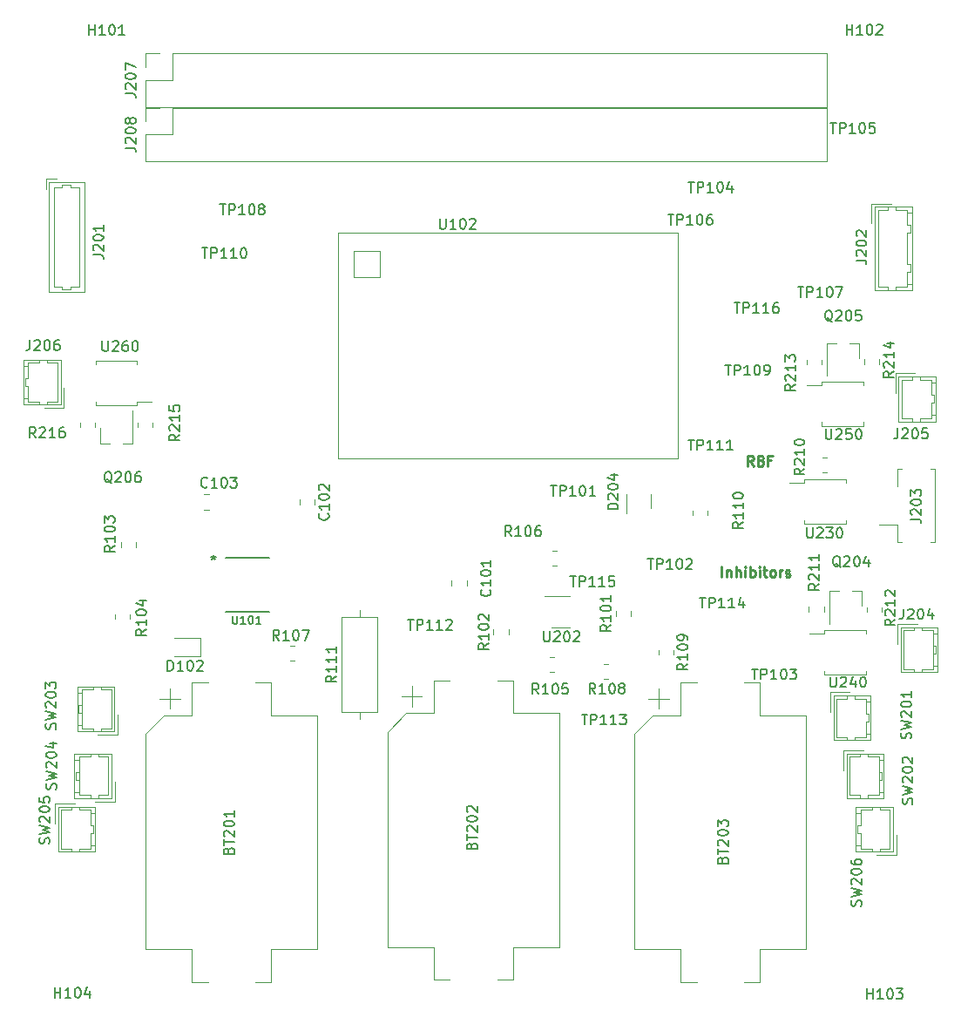
<source format=gbr>
%TF.GenerationSoftware,KiCad,Pcbnew,(5.1.12)-1*%
%TF.CreationDate,2022-07-05T07:26:00-06:00*%
%TF.ProjectId,RADSAT-SK Timer 2,52414453-4154-42d5-934b-2054696d6572,rev?*%
%TF.SameCoordinates,PX7735940PY2faf080*%
%TF.FileFunction,Legend,Top*%
%TF.FilePolarity,Positive*%
%FSLAX46Y46*%
G04 Gerber Fmt 4.6, Leading zero omitted, Abs format (unit mm)*
G04 Created by KiCad (PCBNEW (5.1.12)-1) date 2022-07-05 07:26:00*
%MOMM*%
%LPD*%
G01*
G04 APERTURE LIST*
%ADD10C,0.250000*%
%ADD11C,0.120000*%
%ADD12C,0.152400*%
%ADD13C,0.150000*%
G04 APERTURE END LIST*
D10*
X-21478667Y-54338380D02*
X-21478667Y-53338380D01*
X-21002477Y-53671714D02*
X-21002477Y-54338380D01*
X-21002477Y-53766952D02*
X-20954858Y-53719333D01*
X-20859620Y-53671714D01*
X-20716762Y-53671714D01*
X-20621524Y-53719333D01*
X-20573905Y-53814571D01*
X-20573905Y-54338380D01*
X-20097715Y-54338380D02*
X-20097715Y-53338380D01*
X-19669143Y-54338380D02*
X-19669143Y-53814571D01*
X-19716762Y-53719333D01*
X-19812000Y-53671714D01*
X-19954858Y-53671714D01*
X-20050096Y-53719333D01*
X-20097715Y-53766952D01*
X-19192953Y-54338380D02*
X-19192953Y-53671714D01*
X-19192953Y-53338380D02*
X-19240572Y-53386000D01*
X-19192953Y-53433619D01*
X-19145334Y-53386000D01*
X-19192953Y-53338380D01*
X-19192953Y-53433619D01*
X-18716762Y-54338380D02*
X-18716762Y-53338380D01*
X-18716762Y-53719333D02*
X-18621524Y-53671714D01*
X-18431048Y-53671714D01*
X-18335810Y-53719333D01*
X-18288191Y-53766952D01*
X-18240572Y-53862190D01*
X-18240572Y-54147904D01*
X-18288191Y-54243142D01*
X-18335810Y-54290761D01*
X-18431048Y-54338380D01*
X-18621524Y-54338380D01*
X-18716762Y-54290761D01*
X-17812000Y-54338380D02*
X-17812000Y-53671714D01*
X-17812000Y-53338380D02*
X-17859620Y-53386000D01*
X-17812000Y-53433619D01*
X-17764381Y-53386000D01*
X-17812000Y-53338380D01*
X-17812000Y-53433619D01*
X-17478667Y-53671714D02*
X-17097715Y-53671714D01*
X-17335810Y-53338380D02*
X-17335810Y-54195523D01*
X-17288191Y-54290761D01*
X-17192953Y-54338380D01*
X-17097715Y-54338380D01*
X-16621524Y-54338380D02*
X-16716762Y-54290761D01*
X-16764381Y-54243142D01*
X-16812000Y-54147904D01*
X-16812000Y-53862190D01*
X-16764381Y-53766952D01*
X-16716762Y-53719333D01*
X-16621524Y-53671714D01*
X-16478667Y-53671714D01*
X-16383429Y-53719333D01*
X-16335810Y-53766952D01*
X-16288191Y-53862190D01*
X-16288191Y-54147904D01*
X-16335810Y-54243142D01*
X-16383429Y-54290761D01*
X-16478667Y-54338380D01*
X-16621524Y-54338380D01*
X-15859620Y-54338380D02*
X-15859620Y-53671714D01*
X-15859620Y-53862190D02*
X-15812000Y-53766952D01*
X-15764381Y-53719333D01*
X-15669143Y-53671714D01*
X-15573905Y-53671714D01*
X-15288191Y-54290761D02*
X-15192953Y-54338380D01*
X-15002477Y-54338380D01*
X-14907239Y-54290761D01*
X-14859620Y-54195523D01*
X-14859620Y-54147904D01*
X-14907239Y-54052666D01*
X-15002477Y-54005047D01*
X-15145334Y-54005047D01*
X-15240572Y-53957428D01*
X-15288191Y-53862190D01*
X-15288191Y-53814571D01*
X-15240572Y-53719333D01*
X-15145334Y-53671714D01*
X-15002477Y-53671714D01*
X-14907239Y-53719333D01*
X-18420000Y-43542380D02*
X-18753334Y-43066190D01*
X-18991429Y-43542380D02*
X-18991429Y-42542380D01*
X-18610477Y-42542380D01*
X-18515239Y-42590000D01*
X-18467620Y-42637619D01*
X-18420000Y-42732857D01*
X-18420000Y-42875714D01*
X-18467620Y-42970952D01*
X-18515239Y-43018571D01*
X-18610477Y-43066190D01*
X-18991429Y-43066190D01*
X-17658096Y-43018571D02*
X-17515239Y-43066190D01*
X-17467620Y-43113809D01*
X-17420000Y-43209047D01*
X-17420000Y-43351904D01*
X-17467620Y-43447142D01*
X-17515239Y-43494761D01*
X-17610477Y-43542380D01*
X-17991429Y-43542380D01*
X-17991429Y-42542380D01*
X-17658096Y-42542380D01*
X-17562858Y-42590000D01*
X-17515239Y-42637619D01*
X-17467620Y-42732857D01*
X-17467620Y-42828095D01*
X-17515239Y-42923333D01*
X-17562858Y-42970952D01*
X-17658096Y-43018571D01*
X-17991429Y-43018571D01*
X-16658096Y-43018571D02*
X-16991429Y-43018571D01*
X-16991429Y-43542380D02*
X-16991429Y-42542380D01*
X-16515239Y-42542380D01*
D11*
%TO.C,R111*%
X-58400000Y-67460000D02*
X-54960000Y-67460000D01*
X-54960000Y-67460000D02*
X-54960000Y-58220000D01*
X-54960000Y-58220000D02*
X-58400000Y-58220000D01*
X-58400000Y-58220000D02*
X-58400000Y-67460000D01*
X-56680000Y-68150000D02*
X-56680000Y-67460000D01*
X-56680000Y-57530000D02*
X-56680000Y-58220000D01*
%TO.C,U102*%
X-58790000Y-42850000D02*
X-58790000Y-20850000D01*
X-25790000Y-42850000D02*
X-25790000Y-20850000D01*
X-58790000Y-20850000D02*
X-25790000Y-20850000D01*
X-58790000Y-42850000D02*
X-25790000Y-42850000D01*
X-57276000Y-25246000D02*
X-54990000Y-25246000D01*
X-54990000Y-25246000D02*
X-54736000Y-25246000D01*
X-54736000Y-25246000D02*
X-54736000Y-22706000D01*
X-54736000Y-22706000D02*
X-57276000Y-22706000D01*
X-57276000Y-22706000D02*
X-57276000Y-25246000D01*
%TO.C,J202*%
X-3010000Y-18370000D02*
X-6610000Y-18370000D01*
X-6610000Y-18370000D02*
X-6610000Y-26470000D01*
X-6610000Y-26470000D02*
X-3010000Y-26470000D01*
X-3010000Y-26470000D02*
X-3010000Y-18370000D01*
X-5010000Y-18060000D02*
X-6920000Y-18060000D01*
X-6920000Y-18060000D02*
X-6920000Y-19970000D01*
X-5310000Y-18370000D02*
X-5310000Y-18670000D01*
X-5310000Y-18670000D02*
X-6310000Y-18670000D01*
X-6310000Y-18670000D02*
X-6310000Y-26170000D01*
X-6310000Y-26170000D02*
X-5310000Y-26170000D01*
X-5310000Y-26170000D02*
X-5310000Y-26470000D01*
X-4560000Y-18370000D02*
X-4560000Y-18670000D01*
X-4560000Y-18670000D02*
X-3460000Y-18670000D01*
X-3460000Y-18670000D02*
X-3460000Y-18970000D01*
X-3460000Y-18970000D02*
X-3010000Y-18970000D01*
X-4560000Y-26470000D02*
X-4560000Y-26170000D01*
X-4560000Y-26170000D02*
X-3460000Y-26170000D01*
X-3460000Y-26170000D02*
X-3460000Y-25870000D01*
X-3460000Y-25870000D02*
X-3010000Y-25870000D01*
X-3460000Y-18970000D02*
X-3460000Y-20170000D01*
X-3460000Y-20170000D02*
X-3160000Y-20170000D01*
X-3160000Y-20170000D02*
X-3160000Y-20920000D01*
X-3160000Y-20920000D02*
X-3460000Y-20920000D01*
X-3460000Y-20920000D02*
X-3460000Y-23920000D01*
X-3460000Y-23920000D02*
X-3160000Y-23920000D01*
X-3160000Y-23920000D02*
X-3160000Y-24670000D01*
X-3160000Y-24670000D02*
X-3460000Y-24670000D01*
X-3460000Y-24670000D02*
X-3460000Y-25870000D01*
%TO.C,U202*%
X-38000000Y-59250000D02*
X-36240000Y-59250000D01*
X-36240000Y-56180000D02*
X-38670000Y-56180000D01*
D12*
%TO.C,U101*%
X-69723600Y-57721600D02*
X-65456400Y-57721600D01*
X-65456400Y-52438400D02*
X-69723600Y-52438400D01*
D11*
%TO.C,R110*%
X-24305000Y-48317064D02*
X-24305000Y-47862936D01*
X-22835000Y-48317064D02*
X-22835000Y-47862936D01*
%TO.C,R109*%
X-26165000Y-61430936D02*
X-26165000Y-61885064D01*
X-27635000Y-61430936D02*
X-27635000Y-61885064D01*
%TO.C,R108*%
X-32949564Y-62795000D02*
X-32495436Y-62795000D01*
X-32949564Y-64265000D02*
X-32495436Y-64265000D01*
%TO.C,R107*%
X-63467064Y-60985000D02*
X-63012936Y-60985000D01*
X-63467064Y-62455000D02*
X-63012936Y-62455000D01*
%TO.C,R106*%
X-37482936Y-53275000D02*
X-37937064Y-53275000D01*
X-37482936Y-51805000D02*
X-37937064Y-51805000D01*
%TO.C,R105*%
X-37742936Y-63555000D02*
X-38197064Y-63555000D01*
X-37742936Y-62085000D02*
X-38197064Y-62085000D01*
%TO.C,R104*%
X-78995000Y-57942936D02*
X-78995000Y-58397064D01*
X-80465000Y-57942936D02*
X-80465000Y-58397064D01*
%TO.C,R103*%
X-78425000Y-50982936D02*
X-78425000Y-51437064D01*
X-79895000Y-50982936D02*
X-79895000Y-51437064D01*
%TO.C,R102*%
X-43665000Y-59905064D02*
X-43665000Y-59450936D01*
X-42195000Y-59905064D02*
X-42195000Y-59450936D01*
%TO.C,R101*%
X-31795000Y-58107064D02*
X-31795000Y-57652936D01*
X-30325000Y-58107064D02*
X-30325000Y-57652936D01*
%TO.C,D102*%
X-72150000Y-62000000D02*
X-72150000Y-60300000D01*
X-72150000Y-60300000D02*
X-74700000Y-60300000D01*
X-72150000Y-62000000D02*
X-74700000Y-62000000D01*
%TO.C,C103*%
X-71841252Y-46325000D02*
X-71318748Y-46325000D01*
X-71841252Y-47795000D02*
X-71318748Y-47795000D01*
%TO.C,C102*%
X-61055000Y-46798748D02*
X-61055000Y-47321252D01*
X-62525000Y-46798748D02*
X-62525000Y-47321252D01*
%TO.C,C101*%
X-46275000Y-54688748D02*
X-46275000Y-55211252D01*
X-47745000Y-54688748D02*
X-47745000Y-55211252D01*
%TO.C,BT203*%
X-25480000Y-90510000D02*
X-25480000Y-93710000D01*
X-25480000Y-93710000D02*
X-23930000Y-93710000D01*
X-29980000Y-90510000D02*
X-25480000Y-90510000D01*
X-29980000Y-90510000D02*
X-29980000Y-69610000D01*
X-28180000Y-67810000D02*
X-25480000Y-67810000D01*
X-29980000Y-69610000D02*
X-28180000Y-67810000D01*
X-25480000Y-67810000D02*
X-25480000Y-64610000D01*
X-25480000Y-64610000D02*
X-23930000Y-64610000D01*
X-17780000Y-67810000D02*
X-17780000Y-64610000D01*
X-17780000Y-64610000D02*
X-19330000Y-64610000D01*
X-17780000Y-90510000D02*
X-17780000Y-93710000D01*
X-17780000Y-93710000D02*
X-19330000Y-93710000D01*
X-13280000Y-67810000D02*
X-13280000Y-90510000D01*
X-13280000Y-67810000D02*
X-17780000Y-67810000D01*
X-13280000Y-90510000D02*
X-17780000Y-90510000D01*
X-26630000Y-66160000D02*
X-28630000Y-66160000D01*
X-27630000Y-67160000D02*
X-27630000Y-65160000D01*
%TO.C,J207*%
X-77450000Y-8680000D02*
X-77450000Y-6080000D01*
X-77450000Y-8680000D02*
X-11290000Y-8680000D01*
X-11290000Y-8680000D02*
X-11290000Y-3480000D01*
X-74850000Y-3480000D02*
X-11290000Y-3480000D01*
X-74850000Y-6080000D02*
X-74850000Y-3480000D01*
X-77450000Y-6080000D02*
X-74850000Y-6080000D01*
X-77450000Y-3480000D02*
X-76120000Y-3480000D01*
X-77450000Y-4810000D02*
X-77450000Y-3480000D01*
%TO.C,R215*%
X-78245800Y-39809164D02*
X-78245800Y-39355036D01*
X-76775800Y-39809164D02*
X-76775800Y-39355036D01*
%TO.C,Q206*%
X-81902600Y-41337800D02*
X-80972600Y-41337800D01*
X-78742600Y-41337800D02*
X-79672600Y-41337800D01*
X-78742600Y-41337800D02*
X-78742600Y-38177800D01*
X-81902600Y-41337800D02*
X-81902600Y-39877800D01*
%TO.C,Q204*%
X-7899000Y-55706000D02*
X-8829000Y-55706000D01*
X-11059000Y-55706000D02*
X-10129000Y-55706000D01*
X-11059000Y-55706000D02*
X-11059000Y-58866000D01*
X-7899000Y-55706000D02*
X-7899000Y-57166000D01*
%TO.C,R210*%
X-11234936Y-42737000D02*
X-11689064Y-42737000D01*
X-11234936Y-44207000D02*
X-11689064Y-44207000D01*
%TO.C,J208*%
X-77450000Y-13950000D02*
X-77450000Y-11350000D01*
X-77450000Y-13950000D02*
X-11290000Y-13950000D01*
X-11290000Y-13950000D02*
X-11290000Y-8750000D01*
X-74850000Y-8750000D02*
X-11290000Y-8750000D01*
X-74850000Y-11350000D02*
X-74850000Y-8750000D01*
X-77450000Y-11350000D02*
X-74850000Y-11350000D01*
X-77450000Y-8750000D02*
X-76120000Y-8750000D01*
X-77450000Y-10080000D02*
X-77450000Y-8750000D01*
%TO.C,D204*%
X-28420000Y-47660000D02*
X-28420000Y-46260000D01*
X-30740000Y-46260000D02*
X-30740000Y-48160000D01*
%TO.C,R211*%
X-11555000Y-57236936D02*
X-11555000Y-57691064D01*
X-13025000Y-57236936D02*
X-13025000Y-57691064D01*
%TO.C,R214*%
X-7642000Y-33655264D02*
X-7642000Y-33201136D01*
X-6172000Y-33655264D02*
X-6172000Y-33201136D01*
%TO.C,U260*%
X-80325100Y-33317500D02*
X-82335100Y-33317500D01*
X-82335100Y-33317500D02*
X-82335100Y-33672500D01*
X-80325100Y-33317500D02*
X-78315100Y-33317500D01*
X-78315100Y-33317500D02*
X-78315100Y-33672500D01*
X-80325100Y-37637500D02*
X-82335100Y-37637500D01*
X-82335100Y-37637500D02*
X-82335100Y-37282500D01*
X-80325100Y-37637500D02*
X-78315100Y-37637500D01*
X-78315100Y-37637500D02*
X-78315100Y-37282500D01*
X-78315100Y-37282500D02*
X-76850100Y-37282500D01*
%TO.C,U240*%
X-9496000Y-63812000D02*
X-7486000Y-63812000D01*
X-7486000Y-63812000D02*
X-7486000Y-63457000D01*
X-9496000Y-63812000D02*
X-11506000Y-63812000D01*
X-11506000Y-63812000D02*
X-11506000Y-63457000D01*
X-9496000Y-59492000D02*
X-7486000Y-59492000D01*
X-7486000Y-59492000D02*
X-7486000Y-59847000D01*
X-9496000Y-59492000D02*
X-11506000Y-59492000D01*
X-11506000Y-59492000D02*
X-11506000Y-59847000D01*
X-11506000Y-59847000D02*
X-12971000Y-59847000D01*
%TO.C,R213*%
X-11753000Y-33211236D02*
X-11753000Y-33665364D01*
X-13223000Y-33211236D02*
X-13223000Y-33665364D01*
%TO.C,R216*%
X-82379000Y-39342336D02*
X-82379000Y-39796464D01*
X-83849000Y-39342336D02*
X-83849000Y-39796464D01*
%TO.C,U250*%
X-9737000Y-39647100D02*
X-7727000Y-39647100D01*
X-7727000Y-39647100D02*
X-7727000Y-39292100D01*
X-9737000Y-39647100D02*
X-11747000Y-39647100D01*
X-11747000Y-39647100D02*
X-11747000Y-39292100D01*
X-9737000Y-35327100D02*
X-7727000Y-35327100D01*
X-7727000Y-35327100D02*
X-7727000Y-35682100D01*
X-9737000Y-35327100D02*
X-11747000Y-35327100D01*
X-11747000Y-35327100D02*
X-11747000Y-35682100D01*
X-11747000Y-35682100D02*
X-13212000Y-35682100D01*
%TO.C,R212*%
X-7409000Y-57711064D02*
X-7409000Y-57256936D01*
X-5939000Y-57711064D02*
X-5939000Y-57256936D01*
%TO.C,Q205*%
X-8124000Y-31657200D02*
X-9054000Y-31657200D01*
X-11284000Y-31657200D02*
X-10354000Y-31657200D01*
X-11284000Y-31657200D02*
X-11284000Y-34817200D01*
X-8124000Y-31657200D02*
X-8124000Y-33117200D01*
%TO.C,U230*%
X-13472000Y-45223000D02*
X-14937000Y-45223000D01*
X-13472000Y-44868000D02*
X-13472000Y-45223000D01*
X-11462000Y-44868000D02*
X-13472000Y-44868000D01*
X-9452000Y-44868000D02*
X-9452000Y-45223000D01*
X-11462000Y-44868000D02*
X-9452000Y-44868000D01*
X-13472000Y-49188000D02*
X-13472000Y-48833000D01*
X-11462000Y-49188000D02*
X-13472000Y-49188000D01*
X-9452000Y-49188000D02*
X-9452000Y-48833000D01*
X-11462000Y-49188000D02*
X-9452000Y-49188000D01*
%TO.C,J201*%
X-83430000Y-15960000D02*
X-86850000Y-15960000D01*
X-86850000Y-15960000D02*
X-86850000Y-26680000D01*
X-86850000Y-26680000D02*
X-83430000Y-26680000D01*
X-83430000Y-26680000D02*
X-83430000Y-15960000D01*
X-86340000Y-21320000D02*
X-86340000Y-16470000D01*
X-86340000Y-16470000D02*
X-85590000Y-16470000D01*
X-85590000Y-16470000D02*
X-85590000Y-16270000D01*
X-85590000Y-16270000D02*
X-84790000Y-16270000D01*
X-84790000Y-16270000D02*
X-84790000Y-16470000D01*
X-84790000Y-16470000D02*
X-83940000Y-16470000D01*
X-83940000Y-16470000D02*
X-83940000Y-21320000D01*
X-86340000Y-21320000D02*
X-86340000Y-26170000D01*
X-86340000Y-26170000D02*
X-85590000Y-26170000D01*
X-85590000Y-26170000D02*
X-85590000Y-26370000D01*
X-85590000Y-26370000D02*
X-84790000Y-26370000D01*
X-84790000Y-26370000D02*
X-84790000Y-26170000D01*
X-84790000Y-26170000D02*
X-83940000Y-26170000D01*
X-83940000Y-26170000D02*
X-83940000Y-21320000D01*
X-87140000Y-15670000D02*
X-86140000Y-15670000D01*
X-87140000Y-15670000D02*
X-87140000Y-16670000D01*
%TO.C,SW201*%
X-7490000Y-68400000D02*
X-7490000Y-69600000D01*
X-7190000Y-68400000D02*
X-7490000Y-68400000D01*
X-7190000Y-67650000D02*
X-7190000Y-68400000D01*
X-7490000Y-67650000D02*
X-7190000Y-67650000D01*
X-7490000Y-66450000D02*
X-7490000Y-67650000D01*
X-7490000Y-69600000D02*
X-7040000Y-69600000D01*
X-7490000Y-69900000D02*
X-7490000Y-69600000D01*
X-8590000Y-69900000D02*
X-7490000Y-69900000D01*
X-8590000Y-70200000D02*
X-8590000Y-69900000D01*
X-7490000Y-66450000D02*
X-7040000Y-66450000D01*
X-7490000Y-66150000D02*
X-7490000Y-66450000D01*
X-8590000Y-66150000D02*
X-7490000Y-66150000D01*
X-8590000Y-65850000D02*
X-8590000Y-66150000D01*
X-9340000Y-69900000D02*
X-9340000Y-70200000D01*
X-10340000Y-69900000D02*
X-9340000Y-69900000D01*
X-10340000Y-66150000D02*
X-10340000Y-69900000D01*
X-9340000Y-66150000D02*
X-10340000Y-66150000D01*
X-9340000Y-65850000D02*
X-9340000Y-66150000D01*
X-10950000Y-65540000D02*
X-10950000Y-67450000D01*
X-9040000Y-65540000D02*
X-10950000Y-65540000D01*
X-7040000Y-70200000D02*
X-7040000Y-65850000D01*
X-10640000Y-70200000D02*
X-7040000Y-70200000D01*
X-10640000Y-65850000D02*
X-10640000Y-70200000D01*
X-7040000Y-65850000D02*
X-10640000Y-65850000D01*
%TO.C,SW206*%
X-8440000Y-81020000D02*
X-4840000Y-81020000D01*
X-4840000Y-81020000D02*
X-4840000Y-76670000D01*
X-4840000Y-76670000D02*
X-8440000Y-76670000D01*
X-8440000Y-76670000D02*
X-8440000Y-81020000D01*
X-6440000Y-81330000D02*
X-4530000Y-81330000D01*
X-4530000Y-81330000D02*
X-4530000Y-79420000D01*
X-6140000Y-81020000D02*
X-6140000Y-80720000D01*
X-6140000Y-80720000D02*
X-5140000Y-80720000D01*
X-5140000Y-80720000D02*
X-5140000Y-76970000D01*
X-5140000Y-76970000D02*
X-6140000Y-76970000D01*
X-6140000Y-76970000D02*
X-6140000Y-76670000D01*
X-6890000Y-81020000D02*
X-6890000Y-80720000D01*
X-6890000Y-80720000D02*
X-7990000Y-80720000D01*
X-7990000Y-80720000D02*
X-7990000Y-80420000D01*
X-7990000Y-80420000D02*
X-8440000Y-80420000D01*
X-6890000Y-76670000D02*
X-6890000Y-76970000D01*
X-6890000Y-76970000D02*
X-7990000Y-76970000D01*
X-7990000Y-76970000D02*
X-7990000Y-77270000D01*
X-7990000Y-77270000D02*
X-8440000Y-77270000D01*
X-7990000Y-80420000D02*
X-7990000Y-79220000D01*
X-7990000Y-79220000D02*
X-8290000Y-79220000D01*
X-8290000Y-79220000D02*
X-8290000Y-78470000D01*
X-8290000Y-78470000D02*
X-7990000Y-78470000D01*
X-7990000Y-78470000D02*
X-7990000Y-77270000D01*
%TO.C,SW202*%
X-5760000Y-71490000D02*
X-9360000Y-71490000D01*
X-9360000Y-71490000D02*
X-9360000Y-75840000D01*
X-9360000Y-75840000D02*
X-5760000Y-75840000D01*
X-5760000Y-75840000D02*
X-5760000Y-71490000D01*
X-7760000Y-71180000D02*
X-9670000Y-71180000D01*
X-9670000Y-71180000D02*
X-9670000Y-73090000D01*
X-8060000Y-71490000D02*
X-8060000Y-71790000D01*
X-8060000Y-71790000D02*
X-9060000Y-71790000D01*
X-9060000Y-71790000D02*
X-9060000Y-75540000D01*
X-9060000Y-75540000D02*
X-8060000Y-75540000D01*
X-8060000Y-75540000D02*
X-8060000Y-75840000D01*
X-7310000Y-71490000D02*
X-7310000Y-71790000D01*
X-7310000Y-71790000D02*
X-6210000Y-71790000D01*
X-6210000Y-71790000D02*
X-6210000Y-72090000D01*
X-6210000Y-72090000D02*
X-5760000Y-72090000D01*
X-7310000Y-75840000D02*
X-7310000Y-75540000D01*
X-7310000Y-75540000D02*
X-6210000Y-75540000D01*
X-6210000Y-75540000D02*
X-6210000Y-75240000D01*
X-6210000Y-75240000D02*
X-5760000Y-75240000D01*
X-6210000Y-72090000D02*
X-6210000Y-73290000D01*
X-6210000Y-73290000D02*
X-5910000Y-73290000D01*
X-5910000Y-73290000D02*
X-5910000Y-74040000D01*
X-5910000Y-74040000D02*
X-6210000Y-74040000D01*
X-6210000Y-74040000D02*
X-6210000Y-73290000D01*
X-6210000Y-73290000D02*
X-5910000Y-73290000D01*
X-5910000Y-73290000D02*
X-5910000Y-74040000D01*
X-5910000Y-74040000D02*
X-6210000Y-74040000D01*
X-6210000Y-74040000D02*
X-6210000Y-75240000D01*
%TO.C,J203*%
X-4392000Y-49260000D02*
X-6192000Y-49260000D01*
X-792000Y-43850000D02*
X-1232000Y-43850000D01*
X-792000Y-50950000D02*
X-792000Y-43850000D01*
X-1232000Y-50950000D02*
X-792000Y-50950000D01*
X-4392000Y-43850000D02*
X-3952000Y-43850000D01*
X-4392000Y-45540000D02*
X-4392000Y-43850000D01*
X-4392000Y-50950000D02*
X-3952000Y-50950000D01*
X-4392000Y-49260000D02*
X-4392000Y-50950000D01*
%TO.C,J205*%
X-1146000Y-37422800D02*
X-1146000Y-38622800D01*
X-846000Y-37422800D02*
X-1146000Y-37422800D01*
X-846000Y-36672800D02*
X-846000Y-37422800D01*
X-1146000Y-36672800D02*
X-846000Y-36672800D01*
X-1146000Y-35472800D02*
X-1146000Y-36672800D01*
X-1146000Y-38622800D02*
X-696000Y-38622800D01*
X-1146000Y-38922800D02*
X-1146000Y-38622800D01*
X-2246000Y-38922800D02*
X-1146000Y-38922800D01*
X-2246000Y-39222800D02*
X-2246000Y-38922800D01*
X-1146000Y-35472800D02*
X-696000Y-35472800D01*
X-1146000Y-35172800D02*
X-1146000Y-35472800D01*
X-2246000Y-35172800D02*
X-1146000Y-35172800D01*
X-2246000Y-34872800D02*
X-2246000Y-35172800D01*
X-2996000Y-38922800D02*
X-2996000Y-39222800D01*
X-3996000Y-38922800D02*
X-2996000Y-38922800D01*
X-3996000Y-35172800D02*
X-3996000Y-38922800D01*
X-2996000Y-35172800D02*
X-3996000Y-35172800D01*
X-2996000Y-34872800D02*
X-2996000Y-35172800D01*
X-4606000Y-34562800D02*
X-4606000Y-36472800D01*
X-2696000Y-34562800D02*
X-4606000Y-34562800D01*
X-696000Y-39222800D02*
X-696000Y-34872800D01*
X-4296000Y-39222800D02*
X-696000Y-39222800D01*
X-4296000Y-34872800D02*
X-4296000Y-39222800D01*
X-696000Y-34872800D02*
X-4296000Y-34872800D01*
%TO.C,SW204*%
X-83940000Y-73290000D02*
X-83940000Y-72090000D01*
X-84240000Y-73290000D02*
X-83940000Y-73290000D01*
X-84240000Y-74040000D02*
X-84240000Y-73290000D01*
X-83940000Y-74040000D02*
X-84240000Y-74040000D01*
X-83940000Y-73290000D02*
X-83940000Y-74040000D01*
X-84240000Y-73290000D02*
X-83940000Y-73290000D01*
X-84240000Y-74040000D02*
X-84240000Y-73290000D01*
X-83940000Y-74040000D02*
X-84240000Y-74040000D01*
X-83940000Y-75240000D02*
X-83940000Y-74040000D01*
X-83940000Y-72090000D02*
X-84390000Y-72090000D01*
X-83940000Y-71790000D02*
X-83940000Y-72090000D01*
X-82840000Y-71790000D02*
X-83940000Y-71790000D01*
X-82840000Y-71490000D02*
X-82840000Y-71790000D01*
X-83940000Y-75240000D02*
X-84390000Y-75240000D01*
X-83940000Y-75540000D02*
X-83940000Y-75240000D01*
X-82840000Y-75540000D02*
X-83940000Y-75540000D01*
X-82840000Y-75840000D02*
X-82840000Y-75540000D01*
X-82090000Y-71790000D02*
X-82090000Y-71490000D01*
X-81090000Y-71790000D02*
X-82090000Y-71790000D01*
X-81090000Y-75540000D02*
X-81090000Y-71790000D01*
X-82090000Y-75540000D02*
X-81090000Y-75540000D01*
X-82090000Y-75840000D02*
X-82090000Y-75540000D01*
X-80480000Y-76150000D02*
X-80480000Y-74240000D01*
X-82390000Y-76150000D02*
X-80480000Y-76150000D01*
X-84390000Y-71490000D02*
X-84390000Y-75840000D01*
X-80790000Y-71490000D02*
X-84390000Y-71490000D01*
X-80790000Y-75840000D02*
X-80790000Y-71490000D01*
X-84390000Y-75840000D02*
X-80790000Y-75840000D01*
%TO.C,SW203*%
X-83670000Y-66780000D02*
X-83670000Y-65580000D01*
X-83970000Y-66780000D02*
X-83670000Y-66780000D01*
X-83970000Y-67530000D02*
X-83970000Y-66780000D01*
X-83670000Y-67530000D02*
X-83970000Y-67530000D01*
X-83670000Y-66780000D02*
X-83670000Y-67530000D01*
X-83970000Y-66780000D02*
X-83670000Y-66780000D01*
X-83970000Y-67530000D02*
X-83970000Y-66780000D01*
X-83670000Y-67530000D02*
X-83970000Y-67530000D01*
X-83670000Y-68730000D02*
X-83670000Y-67530000D01*
X-83670000Y-65580000D02*
X-84120000Y-65580000D01*
X-83670000Y-65280000D02*
X-83670000Y-65580000D01*
X-82570000Y-65280000D02*
X-83670000Y-65280000D01*
X-82570000Y-64980000D02*
X-82570000Y-65280000D01*
X-83670000Y-68730000D02*
X-84120000Y-68730000D01*
X-83670000Y-69030000D02*
X-83670000Y-68730000D01*
X-82570000Y-69030000D02*
X-83670000Y-69030000D01*
X-82570000Y-69330000D02*
X-82570000Y-69030000D01*
X-81820000Y-65280000D02*
X-81820000Y-64980000D01*
X-80820000Y-65280000D02*
X-81820000Y-65280000D01*
X-80820000Y-69030000D02*
X-80820000Y-65280000D01*
X-81820000Y-69030000D02*
X-80820000Y-69030000D01*
X-81820000Y-69330000D02*
X-81820000Y-69030000D01*
X-80210000Y-69640000D02*
X-80210000Y-67730000D01*
X-82120000Y-69640000D02*
X-80210000Y-69640000D01*
X-84120000Y-64980000D02*
X-84120000Y-69330000D01*
X-80520000Y-64980000D02*
X-84120000Y-64980000D01*
X-80520000Y-69330000D02*
X-80520000Y-64980000D01*
X-84120000Y-69330000D02*
X-80520000Y-69330000D01*
%TO.C,BT201*%
X-75130000Y-67160000D02*
X-75130000Y-65160000D01*
X-74130000Y-66160000D02*
X-76130000Y-66160000D01*
X-60780000Y-90510000D02*
X-65280000Y-90510000D01*
X-60780000Y-67810000D02*
X-65280000Y-67810000D01*
X-60780000Y-67810000D02*
X-60780000Y-90510000D01*
X-65280000Y-93710000D02*
X-66830000Y-93710000D01*
X-65280000Y-90510000D02*
X-65280000Y-93710000D01*
X-65280000Y-64610000D02*
X-66830000Y-64610000D01*
X-65280000Y-67810000D02*
X-65280000Y-64610000D01*
X-72980000Y-64610000D02*
X-71430000Y-64610000D01*
X-72980000Y-67810000D02*
X-72980000Y-64610000D01*
X-77480000Y-69610000D02*
X-75680000Y-67810000D01*
X-75680000Y-67810000D02*
X-72980000Y-67810000D01*
X-77480000Y-90510000D02*
X-77480000Y-69610000D01*
X-77480000Y-90510000D02*
X-72980000Y-90510000D01*
X-72980000Y-93710000D02*
X-71430000Y-93710000D01*
X-72980000Y-90510000D02*
X-72980000Y-93710000D01*
%TO.C,SW205*%
X-82380000Y-76660000D02*
X-85980000Y-76660000D01*
X-85980000Y-76660000D02*
X-85980000Y-81010000D01*
X-85980000Y-81010000D02*
X-82380000Y-81010000D01*
X-82380000Y-81010000D02*
X-82380000Y-76660000D01*
X-84380000Y-76350000D02*
X-86290000Y-76350000D01*
X-86290000Y-76350000D02*
X-86290000Y-78260000D01*
X-84680000Y-76660000D02*
X-84680000Y-76960000D01*
X-84680000Y-76960000D02*
X-85680000Y-76960000D01*
X-85680000Y-76960000D02*
X-85680000Y-80710000D01*
X-85680000Y-80710000D02*
X-84680000Y-80710000D01*
X-84680000Y-80710000D02*
X-84680000Y-81010000D01*
X-83930000Y-76660000D02*
X-83930000Y-76960000D01*
X-83930000Y-76960000D02*
X-82830000Y-76960000D01*
X-82830000Y-76960000D02*
X-82830000Y-77260000D01*
X-82830000Y-77260000D02*
X-82380000Y-77260000D01*
X-83930000Y-81010000D02*
X-83930000Y-80710000D01*
X-83930000Y-80710000D02*
X-82830000Y-80710000D01*
X-82830000Y-80710000D02*
X-82830000Y-80410000D01*
X-82830000Y-80410000D02*
X-82380000Y-80410000D01*
X-82830000Y-77260000D02*
X-82830000Y-78460000D01*
X-82830000Y-78460000D02*
X-82530000Y-78460000D01*
X-82530000Y-78460000D02*
X-82530000Y-79210000D01*
X-82530000Y-79210000D02*
X-82830000Y-79210000D01*
X-82830000Y-79210000D02*
X-82830000Y-80410000D01*
%TO.C,BT202*%
X-51610000Y-66930000D02*
X-51610000Y-64930000D01*
X-50610000Y-65930000D02*
X-52610000Y-65930000D01*
X-37260000Y-90280000D02*
X-41760000Y-90280000D01*
X-37260000Y-67580000D02*
X-41760000Y-67580000D01*
X-37260000Y-67580000D02*
X-37260000Y-90280000D01*
X-41760000Y-93480000D02*
X-43310000Y-93480000D01*
X-41760000Y-90280000D02*
X-41760000Y-93480000D01*
X-41760000Y-64380000D02*
X-43310000Y-64380000D01*
X-41760000Y-67580000D02*
X-41760000Y-64380000D01*
X-49460000Y-64380000D02*
X-47910000Y-64380000D01*
X-49460000Y-67580000D02*
X-49460000Y-64380000D01*
X-53960000Y-69380000D02*
X-52160000Y-67580000D01*
X-52160000Y-67580000D02*
X-49460000Y-67580000D01*
X-53960000Y-90280000D02*
X-53960000Y-69380000D01*
X-53960000Y-90280000D02*
X-49460000Y-90280000D01*
X-49460000Y-93480000D02*
X-47910000Y-93480000D01*
X-49460000Y-90280000D02*
X-49460000Y-93480000D01*
%TO.C,J206*%
X-89339700Y-37584900D02*
X-85739700Y-37584900D01*
X-85739700Y-37584900D02*
X-85739700Y-33234900D01*
X-85739700Y-33234900D02*
X-89339700Y-33234900D01*
X-89339700Y-33234900D02*
X-89339700Y-37584900D01*
X-87339700Y-37894900D02*
X-85429700Y-37894900D01*
X-85429700Y-37894900D02*
X-85429700Y-35984900D01*
X-87039700Y-37584900D02*
X-87039700Y-37284900D01*
X-87039700Y-37284900D02*
X-86039700Y-37284900D01*
X-86039700Y-37284900D02*
X-86039700Y-33534900D01*
X-86039700Y-33534900D02*
X-87039700Y-33534900D01*
X-87039700Y-33534900D02*
X-87039700Y-33234900D01*
X-87789700Y-37584900D02*
X-87789700Y-37284900D01*
X-87789700Y-37284900D02*
X-88889700Y-37284900D01*
X-88889700Y-37284900D02*
X-88889700Y-36984900D01*
X-88889700Y-36984900D02*
X-89339700Y-36984900D01*
X-87789700Y-33234900D02*
X-87789700Y-33534900D01*
X-87789700Y-33534900D02*
X-88889700Y-33534900D01*
X-88889700Y-33534900D02*
X-88889700Y-33834900D01*
X-88889700Y-33834900D02*
X-89339700Y-33834900D01*
X-88889700Y-36984900D02*
X-88889700Y-35784900D01*
X-88889700Y-35784900D02*
X-89189700Y-35784900D01*
X-89189700Y-35784900D02*
X-89189700Y-35034900D01*
X-89189700Y-35034900D02*
X-88889700Y-35034900D01*
X-88889700Y-35034900D02*
X-88889700Y-33834900D01*
%TO.C,J204*%
X-958000Y-61777000D02*
X-958000Y-62977000D01*
X-658000Y-61777000D02*
X-958000Y-61777000D01*
X-658000Y-61027000D02*
X-658000Y-61777000D01*
X-958000Y-61027000D02*
X-658000Y-61027000D01*
X-958000Y-61777000D02*
X-958000Y-61027000D01*
X-658000Y-61777000D02*
X-958000Y-61777000D01*
X-658000Y-61027000D02*
X-658000Y-61777000D01*
X-958000Y-61027000D02*
X-658000Y-61027000D01*
X-958000Y-59827000D02*
X-958000Y-61027000D01*
X-958000Y-62977000D02*
X-508000Y-62977000D01*
X-958000Y-63277000D02*
X-958000Y-62977000D01*
X-2058000Y-63277000D02*
X-958000Y-63277000D01*
X-2058000Y-63577000D02*
X-2058000Y-63277000D01*
X-958000Y-59827000D02*
X-508000Y-59827000D01*
X-958000Y-59527000D02*
X-958000Y-59827000D01*
X-2058000Y-59527000D02*
X-958000Y-59527000D01*
X-2058000Y-59227000D02*
X-2058000Y-59527000D01*
X-2808000Y-63277000D02*
X-2808000Y-63577000D01*
X-3808000Y-63277000D02*
X-2808000Y-63277000D01*
X-3808000Y-59527000D02*
X-3808000Y-63277000D01*
X-2808000Y-59527000D02*
X-3808000Y-59527000D01*
X-2808000Y-59227000D02*
X-2808000Y-59527000D01*
X-4418000Y-58917000D02*
X-4418000Y-60827000D01*
X-2508000Y-58917000D02*
X-4418000Y-58917000D01*
X-508000Y-63577000D02*
X-508000Y-59227000D01*
X-4108000Y-63577000D02*
X-508000Y-63577000D01*
X-4108000Y-59227000D02*
X-4108000Y-63577000D01*
X-508000Y-59227000D02*
X-4108000Y-59227000D01*
%TO.C,R111*%
D13*
X-58947620Y-63959047D02*
X-59423810Y-64292380D01*
X-58947620Y-64530476D02*
X-59947620Y-64530476D01*
X-59947620Y-64149523D01*
X-59900000Y-64054285D01*
X-59852381Y-64006666D01*
X-59757143Y-63959047D01*
X-59614286Y-63959047D01*
X-59519048Y-64006666D01*
X-59471429Y-64054285D01*
X-59423810Y-64149523D01*
X-59423810Y-64530476D01*
X-58947620Y-63006666D02*
X-58947620Y-63578095D01*
X-58947620Y-63292380D02*
X-59947620Y-63292380D01*
X-59804762Y-63387619D01*
X-59709524Y-63482857D01*
X-59661905Y-63578095D01*
X-58947620Y-62054285D02*
X-58947620Y-62625714D01*
X-58947620Y-62340000D02*
X-59947620Y-62340000D01*
X-59804762Y-62435238D01*
X-59709524Y-62530476D01*
X-59661905Y-62625714D01*
X-58947620Y-61101904D02*
X-58947620Y-61673333D01*
X-58947620Y-61387619D02*
X-59947620Y-61387619D01*
X-59804762Y-61482857D01*
X-59709524Y-61578095D01*
X-59661905Y-61673333D01*
%TO.C,U102*%
X-48884286Y-19522380D02*
X-48884286Y-20331904D01*
X-48836667Y-20427142D01*
X-48789048Y-20474761D01*
X-48693810Y-20522380D01*
X-48503334Y-20522380D01*
X-48408096Y-20474761D01*
X-48360477Y-20427142D01*
X-48312858Y-20331904D01*
X-48312858Y-19522380D01*
X-47312858Y-20522380D02*
X-47884286Y-20522380D01*
X-47598572Y-20522380D02*
X-47598572Y-19522380D01*
X-47693810Y-19665238D01*
X-47789048Y-19760476D01*
X-47884286Y-19808095D01*
X-46693810Y-19522380D02*
X-46598572Y-19522380D01*
X-46503334Y-19570000D01*
X-46455715Y-19617619D01*
X-46408096Y-19712857D01*
X-46360477Y-19903333D01*
X-46360477Y-20141428D01*
X-46408096Y-20331904D01*
X-46455715Y-20427142D01*
X-46503334Y-20474761D01*
X-46598572Y-20522380D01*
X-46693810Y-20522380D01*
X-46789048Y-20474761D01*
X-46836667Y-20427142D01*
X-46884286Y-20331904D01*
X-46931905Y-20141428D01*
X-46931905Y-19903333D01*
X-46884286Y-19712857D01*
X-46836667Y-19617619D01*
X-46789048Y-19570000D01*
X-46693810Y-19522380D01*
X-45979524Y-19617619D02*
X-45931905Y-19570000D01*
X-45836667Y-19522380D01*
X-45598572Y-19522380D01*
X-45503334Y-19570000D01*
X-45455715Y-19617619D01*
X-45408096Y-19712857D01*
X-45408096Y-19808095D01*
X-45455715Y-19950952D01*
X-46027143Y-20522380D01*
X-45408096Y-20522380D01*
%TO.C,TP116*%
X-20289286Y-27687380D02*
X-19717858Y-27687380D01*
X-20003572Y-28687380D02*
X-20003572Y-27687380D01*
X-19384524Y-28687380D02*
X-19384524Y-27687380D01*
X-19003572Y-27687380D01*
X-18908334Y-27735000D01*
X-18860715Y-27782619D01*
X-18813096Y-27877857D01*
X-18813096Y-28020714D01*
X-18860715Y-28115952D01*
X-18908334Y-28163571D01*
X-19003572Y-28211190D01*
X-19384524Y-28211190D01*
X-17860715Y-28687380D02*
X-18432143Y-28687380D01*
X-18146429Y-28687380D02*
X-18146429Y-27687380D01*
X-18241667Y-27830238D01*
X-18336905Y-27925476D01*
X-18432143Y-27973095D01*
X-16908334Y-28687380D02*
X-17479762Y-28687380D01*
X-17194048Y-28687380D02*
X-17194048Y-27687380D01*
X-17289286Y-27830238D01*
X-17384524Y-27925476D01*
X-17479762Y-27973095D01*
X-16051191Y-27687380D02*
X-16241667Y-27687380D01*
X-16336905Y-27735000D01*
X-16384524Y-27782619D01*
X-16479762Y-27925476D01*
X-16527381Y-28115952D01*
X-16527381Y-28496904D01*
X-16479762Y-28592142D01*
X-16432143Y-28639761D01*
X-16336905Y-28687380D01*
X-16146429Y-28687380D01*
X-16051191Y-28639761D01*
X-16003572Y-28592142D01*
X-15955953Y-28496904D01*
X-15955953Y-28258809D01*
X-16003572Y-28163571D01*
X-16051191Y-28115952D01*
X-16146429Y-28068333D01*
X-16336905Y-28068333D01*
X-16432143Y-28115952D01*
X-16479762Y-28163571D01*
X-16527381Y-28258809D01*
%TO.C,TP115*%
X-36234286Y-54252380D02*
X-35662858Y-54252380D01*
X-35948572Y-55252380D02*
X-35948572Y-54252380D01*
X-35329524Y-55252380D02*
X-35329524Y-54252380D01*
X-34948572Y-54252380D01*
X-34853334Y-54300000D01*
X-34805715Y-54347619D01*
X-34758096Y-54442857D01*
X-34758096Y-54585714D01*
X-34805715Y-54680952D01*
X-34853334Y-54728571D01*
X-34948572Y-54776190D01*
X-35329524Y-54776190D01*
X-33805715Y-55252380D02*
X-34377143Y-55252380D01*
X-34091429Y-55252380D02*
X-34091429Y-54252380D01*
X-34186667Y-54395238D01*
X-34281905Y-54490476D01*
X-34377143Y-54538095D01*
X-32853334Y-55252380D02*
X-33424762Y-55252380D01*
X-33139048Y-55252380D02*
X-33139048Y-54252380D01*
X-33234286Y-54395238D01*
X-33329524Y-54490476D01*
X-33424762Y-54538095D01*
X-31948572Y-54252380D02*
X-32424762Y-54252380D01*
X-32472381Y-54728571D01*
X-32424762Y-54680952D01*
X-32329524Y-54633333D01*
X-32091429Y-54633333D01*
X-31996191Y-54680952D01*
X-31948572Y-54728571D01*
X-31900953Y-54823809D01*
X-31900953Y-55061904D01*
X-31948572Y-55157142D01*
X-31996191Y-55204761D01*
X-32091429Y-55252380D01*
X-32329524Y-55252380D01*
X-32424762Y-55204761D01*
X-32472381Y-55157142D01*
%TO.C,TP114*%
X-23629286Y-56337380D02*
X-23057858Y-56337380D01*
X-23343572Y-57337380D02*
X-23343572Y-56337380D01*
X-22724524Y-57337380D02*
X-22724524Y-56337380D01*
X-22343572Y-56337380D01*
X-22248334Y-56385000D01*
X-22200715Y-56432619D01*
X-22153096Y-56527857D01*
X-22153096Y-56670714D01*
X-22200715Y-56765952D01*
X-22248334Y-56813571D01*
X-22343572Y-56861190D01*
X-22724524Y-56861190D01*
X-21200715Y-57337380D02*
X-21772143Y-57337380D01*
X-21486429Y-57337380D02*
X-21486429Y-56337380D01*
X-21581667Y-56480238D01*
X-21676905Y-56575476D01*
X-21772143Y-56623095D01*
X-20248334Y-57337380D02*
X-20819762Y-57337380D01*
X-20534048Y-57337380D02*
X-20534048Y-56337380D01*
X-20629286Y-56480238D01*
X-20724524Y-56575476D01*
X-20819762Y-56623095D01*
X-19391191Y-56670714D02*
X-19391191Y-57337380D01*
X-19629286Y-56289761D02*
X-19867381Y-57004047D01*
X-19248334Y-57004047D01*
%TO.C,TP113*%
X-35104286Y-67672380D02*
X-34532858Y-67672380D01*
X-34818572Y-68672380D02*
X-34818572Y-67672380D01*
X-34199524Y-68672380D02*
X-34199524Y-67672380D01*
X-33818572Y-67672380D01*
X-33723334Y-67720000D01*
X-33675715Y-67767619D01*
X-33628096Y-67862857D01*
X-33628096Y-68005714D01*
X-33675715Y-68100952D01*
X-33723334Y-68148571D01*
X-33818572Y-68196190D01*
X-34199524Y-68196190D01*
X-32675715Y-68672380D02*
X-33247143Y-68672380D01*
X-32961429Y-68672380D02*
X-32961429Y-67672380D01*
X-33056667Y-67815238D01*
X-33151905Y-67910476D01*
X-33247143Y-67958095D01*
X-31723334Y-68672380D02*
X-32294762Y-68672380D01*
X-32009048Y-68672380D02*
X-32009048Y-67672380D01*
X-32104286Y-67815238D01*
X-32199524Y-67910476D01*
X-32294762Y-67958095D01*
X-31390000Y-67672380D02*
X-30770953Y-67672380D01*
X-31104286Y-68053333D01*
X-30961429Y-68053333D01*
X-30866191Y-68100952D01*
X-30818572Y-68148571D01*
X-30770953Y-68243809D01*
X-30770953Y-68481904D01*
X-30818572Y-68577142D01*
X-30866191Y-68624761D01*
X-30961429Y-68672380D01*
X-31247143Y-68672380D01*
X-31342381Y-68624761D01*
X-31390000Y-68577142D01*
%TO.C,TP112*%
X-52014286Y-58462380D02*
X-51442858Y-58462380D01*
X-51728572Y-59462380D02*
X-51728572Y-58462380D01*
X-51109524Y-59462380D02*
X-51109524Y-58462380D01*
X-50728572Y-58462380D01*
X-50633334Y-58510000D01*
X-50585715Y-58557619D01*
X-50538096Y-58652857D01*
X-50538096Y-58795714D01*
X-50585715Y-58890952D01*
X-50633334Y-58938571D01*
X-50728572Y-58986190D01*
X-51109524Y-58986190D01*
X-49585715Y-59462380D02*
X-50157143Y-59462380D01*
X-49871429Y-59462380D02*
X-49871429Y-58462380D01*
X-49966667Y-58605238D01*
X-50061905Y-58700476D01*
X-50157143Y-58748095D01*
X-48633334Y-59462380D02*
X-49204762Y-59462380D01*
X-48919048Y-59462380D02*
X-48919048Y-58462380D01*
X-49014286Y-58605238D01*
X-49109524Y-58700476D01*
X-49204762Y-58748095D01*
X-48252381Y-58557619D02*
X-48204762Y-58510000D01*
X-48109524Y-58462380D01*
X-47871429Y-58462380D01*
X-47776191Y-58510000D01*
X-47728572Y-58557619D01*
X-47680953Y-58652857D01*
X-47680953Y-58748095D01*
X-47728572Y-58890952D01*
X-48300000Y-59462380D01*
X-47680953Y-59462380D01*
%TO.C,TP111*%
X-24754286Y-41002380D02*
X-24182858Y-41002380D01*
X-24468572Y-42002380D02*
X-24468572Y-41002380D01*
X-23849524Y-42002380D02*
X-23849524Y-41002380D01*
X-23468572Y-41002380D01*
X-23373334Y-41050000D01*
X-23325715Y-41097619D01*
X-23278096Y-41192857D01*
X-23278096Y-41335714D01*
X-23325715Y-41430952D01*
X-23373334Y-41478571D01*
X-23468572Y-41526190D01*
X-23849524Y-41526190D01*
X-22325715Y-42002380D02*
X-22897143Y-42002380D01*
X-22611429Y-42002380D02*
X-22611429Y-41002380D01*
X-22706667Y-41145238D01*
X-22801905Y-41240476D01*
X-22897143Y-41288095D01*
X-21373334Y-42002380D02*
X-21944762Y-42002380D01*
X-21659048Y-42002380D02*
X-21659048Y-41002380D01*
X-21754286Y-41145238D01*
X-21849524Y-41240476D01*
X-21944762Y-41288095D01*
X-20420953Y-42002380D02*
X-20992381Y-42002380D01*
X-20706667Y-42002380D02*
X-20706667Y-41002380D01*
X-20801905Y-41145238D01*
X-20897143Y-41240476D01*
X-20992381Y-41288095D01*
%TO.C,TP110*%
X-72004286Y-22352380D02*
X-71432858Y-22352380D01*
X-71718572Y-23352380D02*
X-71718572Y-22352380D01*
X-71099524Y-23352380D02*
X-71099524Y-22352380D01*
X-70718572Y-22352380D01*
X-70623334Y-22400000D01*
X-70575715Y-22447619D01*
X-70528096Y-22542857D01*
X-70528096Y-22685714D01*
X-70575715Y-22780952D01*
X-70623334Y-22828571D01*
X-70718572Y-22876190D01*
X-71099524Y-22876190D01*
X-69575715Y-23352380D02*
X-70147143Y-23352380D01*
X-69861429Y-23352380D02*
X-69861429Y-22352380D01*
X-69956667Y-22495238D01*
X-70051905Y-22590476D01*
X-70147143Y-22638095D01*
X-68623334Y-23352380D02*
X-69194762Y-23352380D01*
X-68909048Y-23352380D02*
X-68909048Y-22352380D01*
X-69004286Y-22495238D01*
X-69099524Y-22590476D01*
X-69194762Y-22638095D01*
X-68004286Y-22352380D02*
X-67909048Y-22352380D01*
X-67813810Y-22400000D01*
X-67766191Y-22447619D01*
X-67718572Y-22542857D01*
X-67670953Y-22733333D01*
X-67670953Y-22971428D01*
X-67718572Y-23161904D01*
X-67766191Y-23257142D01*
X-67813810Y-23304761D01*
X-67909048Y-23352380D01*
X-68004286Y-23352380D01*
X-68099524Y-23304761D01*
X-68147143Y-23257142D01*
X-68194762Y-23161904D01*
X-68242381Y-22971428D01*
X-68242381Y-22733333D01*
X-68194762Y-22542857D01*
X-68147143Y-22447619D01*
X-68099524Y-22400000D01*
X-68004286Y-22352380D01*
%TO.C,TP109*%
X-21144286Y-33732380D02*
X-20572858Y-33732380D01*
X-20858572Y-34732380D02*
X-20858572Y-33732380D01*
X-20239524Y-34732380D02*
X-20239524Y-33732380D01*
X-19858572Y-33732380D01*
X-19763334Y-33780000D01*
X-19715715Y-33827619D01*
X-19668096Y-33922857D01*
X-19668096Y-34065714D01*
X-19715715Y-34160952D01*
X-19763334Y-34208571D01*
X-19858572Y-34256190D01*
X-20239524Y-34256190D01*
X-18715715Y-34732380D02*
X-19287143Y-34732380D01*
X-19001429Y-34732380D02*
X-19001429Y-33732380D01*
X-19096667Y-33875238D01*
X-19191905Y-33970476D01*
X-19287143Y-34018095D01*
X-18096667Y-33732380D02*
X-18001429Y-33732380D01*
X-17906191Y-33780000D01*
X-17858572Y-33827619D01*
X-17810953Y-33922857D01*
X-17763334Y-34113333D01*
X-17763334Y-34351428D01*
X-17810953Y-34541904D01*
X-17858572Y-34637142D01*
X-17906191Y-34684761D01*
X-18001429Y-34732380D01*
X-18096667Y-34732380D01*
X-18191905Y-34684761D01*
X-18239524Y-34637142D01*
X-18287143Y-34541904D01*
X-18334762Y-34351428D01*
X-18334762Y-34113333D01*
X-18287143Y-33922857D01*
X-18239524Y-33827619D01*
X-18191905Y-33780000D01*
X-18096667Y-33732380D01*
X-17287143Y-34732380D02*
X-17096667Y-34732380D01*
X-17001429Y-34684761D01*
X-16953810Y-34637142D01*
X-16858572Y-34494285D01*
X-16810953Y-34303809D01*
X-16810953Y-33922857D01*
X-16858572Y-33827619D01*
X-16906191Y-33780000D01*
X-17001429Y-33732380D01*
X-17191905Y-33732380D01*
X-17287143Y-33780000D01*
X-17334762Y-33827619D01*
X-17382381Y-33922857D01*
X-17382381Y-34160952D01*
X-17334762Y-34256190D01*
X-17287143Y-34303809D01*
X-17191905Y-34351428D01*
X-17001429Y-34351428D01*
X-16906191Y-34303809D01*
X-16858572Y-34256190D01*
X-16810953Y-34160952D01*
%TO.C,TP108*%
X-70254286Y-18132380D02*
X-69682858Y-18132380D01*
X-69968572Y-19132380D02*
X-69968572Y-18132380D01*
X-69349524Y-19132380D02*
X-69349524Y-18132380D01*
X-68968572Y-18132380D01*
X-68873334Y-18180000D01*
X-68825715Y-18227619D01*
X-68778096Y-18322857D01*
X-68778096Y-18465714D01*
X-68825715Y-18560952D01*
X-68873334Y-18608571D01*
X-68968572Y-18656190D01*
X-69349524Y-18656190D01*
X-67825715Y-19132380D02*
X-68397143Y-19132380D01*
X-68111429Y-19132380D02*
X-68111429Y-18132380D01*
X-68206667Y-18275238D01*
X-68301905Y-18370476D01*
X-68397143Y-18418095D01*
X-67206667Y-18132380D02*
X-67111429Y-18132380D01*
X-67016191Y-18180000D01*
X-66968572Y-18227619D01*
X-66920953Y-18322857D01*
X-66873334Y-18513333D01*
X-66873334Y-18751428D01*
X-66920953Y-18941904D01*
X-66968572Y-19037142D01*
X-67016191Y-19084761D01*
X-67111429Y-19132380D01*
X-67206667Y-19132380D01*
X-67301905Y-19084761D01*
X-67349524Y-19037142D01*
X-67397143Y-18941904D01*
X-67444762Y-18751428D01*
X-67444762Y-18513333D01*
X-67397143Y-18322857D01*
X-67349524Y-18227619D01*
X-67301905Y-18180000D01*
X-67206667Y-18132380D01*
X-66301905Y-18560952D02*
X-66397143Y-18513333D01*
X-66444762Y-18465714D01*
X-66492381Y-18370476D01*
X-66492381Y-18322857D01*
X-66444762Y-18227619D01*
X-66397143Y-18180000D01*
X-66301905Y-18132380D01*
X-66111429Y-18132380D01*
X-66016191Y-18180000D01*
X-65968572Y-18227619D01*
X-65920953Y-18322857D01*
X-65920953Y-18370476D01*
X-65968572Y-18465714D01*
X-66016191Y-18513333D01*
X-66111429Y-18560952D01*
X-66301905Y-18560952D01*
X-66397143Y-18608571D01*
X-66444762Y-18656190D01*
X-66492381Y-18751428D01*
X-66492381Y-18941904D01*
X-66444762Y-19037142D01*
X-66397143Y-19084761D01*
X-66301905Y-19132380D01*
X-66111429Y-19132380D01*
X-66016191Y-19084761D01*
X-65968572Y-19037142D01*
X-65920953Y-18941904D01*
X-65920953Y-18751428D01*
X-65968572Y-18656190D01*
X-66016191Y-18608571D01*
X-66111429Y-18560952D01*
%TO.C,TP107*%
X-14104286Y-26142380D02*
X-13532858Y-26142380D01*
X-13818572Y-27142380D02*
X-13818572Y-26142380D01*
X-13199524Y-27142380D02*
X-13199524Y-26142380D01*
X-12818572Y-26142380D01*
X-12723334Y-26190000D01*
X-12675715Y-26237619D01*
X-12628096Y-26332857D01*
X-12628096Y-26475714D01*
X-12675715Y-26570952D01*
X-12723334Y-26618571D01*
X-12818572Y-26666190D01*
X-13199524Y-26666190D01*
X-11675715Y-27142380D02*
X-12247143Y-27142380D01*
X-11961429Y-27142380D02*
X-11961429Y-26142380D01*
X-12056667Y-26285238D01*
X-12151905Y-26380476D01*
X-12247143Y-26428095D01*
X-11056667Y-26142380D02*
X-10961429Y-26142380D01*
X-10866191Y-26190000D01*
X-10818572Y-26237619D01*
X-10770953Y-26332857D01*
X-10723334Y-26523333D01*
X-10723334Y-26761428D01*
X-10770953Y-26951904D01*
X-10818572Y-27047142D01*
X-10866191Y-27094761D01*
X-10961429Y-27142380D01*
X-11056667Y-27142380D01*
X-11151905Y-27094761D01*
X-11199524Y-27047142D01*
X-11247143Y-26951904D01*
X-11294762Y-26761428D01*
X-11294762Y-26523333D01*
X-11247143Y-26332857D01*
X-11199524Y-26237619D01*
X-11151905Y-26190000D01*
X-11056667Y-26142380D01*
X-10390000Y-26142380D02*
X-9723334Y-26142380D01*
X-10151905Y-27142380D01*
%TO.C,TP106*%
X-26724286Y-19112380D02*
X-26152858Y-19112380D01*
X-26438572Y-20112380D02*
X-26438572Y-19112380D01*
X-25819524Y-20112380D02*
X-25819524Y-19112380D01*
X-25438572Y-19112380D01*
X-25343334Y-19160000D01*
X-25295715Y-19207619D01*
X-25248096Y-19302857D01*
X-25248096Y-19445714D01*
X-25295715Y-19540952D01*
X-25343334Y-19588571D01*
X-25438572Y-19636190D01*
X-25819524Y-19636190D01*
X-24295715Y-20112380D02*
X-24867143Y-20112380D01*
X-24581429Y-20112380D02*
X-24581429Y-19112380D01*
X-24676667Y-19255238D01*
X-24771905Y-19350476D01*
X-24867143Y-19398095D01*
X-23676667Y-19112380D02*
X-23581429Y-19112380D01*
X-23486191Y-19160000D01*
X-23438572Y-19207619D01*
X-23390953Y-19302857D01*
X-23343334Y-19493333D01*
X-23343334Y-19731428D01*
X-23390953Y-19921904D01*
X-23438572Y-20017142D01*
X-23486191Y-20064761D01*
X-23581429Y-20112380D01*
X-23676667Y-20112380D01*
X-23771905Y-20064761D01*
X-23819524Y-20017142D01*
X-23867143Y-19921904D01*
X-23914762Y-19731428D01*
X-23914762Y-19493333D01*
X-23867143Y-19302857D01*
X-23819524Y-19207619D01*
X-23771905Y-19160000D01*
X-23676667Y-19112380D01*
X-22486191Y-19112380D02*
X-22676667Y-19112380D01*
X-22771905Y-19160000D01*
X-22819524Y-19207619D01*
X-22914762Y-19350476D01*
X-22962381Y-19540952D01*
X-22962381Y-19921904D01*
X-22914762Y-20017142D01*
X-22867143Y-20064761D01*
X-22771905Y-20112380D01*
X-22581429Y-20112380D01*
X-22486191Y-20064761D01*
X-22438572Y-20017142D01*
X-22390953Y-19921904D01*
X-22390953Y-19683809D01*
X-22438572Y-19588571D01*
X-22486191Y-19540952D01*
X-22581429Y-19493333D01*
X-22771905Y-19493333D01*
X-22867143Y-19540952D01*
X-22914762Y-19588571D01*
X-22962381Y-19683809D01*
%TO.C,TP105*%
X-10929286Y-10217380D02*
X-10357858Y-10217380D01*
X-10643572Y-11217380D02*
X-10643572Y-10217380D01*
X-10024524Y-11217380D02*
X-10024524Y-10217380D01*
X-9643572Y-10217380D01*
X-9548334Y-10265000D01*
X-9500715Y-10312619D01*
X-9453096Y-10407857D01*
X-9453096Y-10550714D01*
X-9500715Y-10645952D01*
X-9548334Y-10693571D01*
X-9643572Y-10741190D01*
X-10024524Y-10741190D01*
X-8500715Y-11217380D02*
X-9072143Y-11217380D01*
X-8786429Y-11217380D02*
X-8786429Y-10217380D01*
X-8881667Y-10360238D01*
X-8976905Y-10455476D01*
X-9072143Y-10503095D01*
X-7881667Y-10217380D02*
X-7786429Y-10217380D01*
X-7691191Y-10265000D01*
X-7643572Y-10312619D01*
X-7595953Y-10407857D01*
X-7548334Y-10598333D01*
X-7548334Y-10836428D01*
X-7595953Y-11026904D01*
X-7643572Y-11122142D01*
X-7691191Y-11169761D01*
X-7786429Y-11217380D01*
X-7881667Y-11217380D01*
X-7976905Y-11169761D01*
X-8024524Y-11122142D01*
X-8072143Y-11026904D01*
X-8119762Y-10836428D01*
X-8119762Y-10598333D01*
X-8072143Y-10407857D01*
X-8024524Y-10312619D01*
X-7976905Y-10265000D01*
X-7881667Y-10217380D01*
X-6643572Y-10217380D02*
X-7119762Y-10217380D01*
X-7167381Y-10693571D01*
X-7119762Y-10645952D01*
X-7024524Y-10598333D01*
X-6786429Y-10598333D01*
X-6691191Y-10645952D01*
X-6643572Y-10693571D01*
X-6595953Y-10788809D01*
X-6595953Y-11026904D01*
X-6643572Y-11122142D01*
X-6691191Y-11169761D01*
X-6786429Y-11217380D01*
X-7024524Y-11217380D01*
X-7119762Y-11169761D01*
X-7167381Y-11122142D01*
%TO.C,TP104*%
X-24744286Y-15962380D02*
X-24172858Y-15962380D01*
X-24458572Y-16962380D02*
X-24458572Y-15962380D01*
X-23839524Y-16962380D02*
X-23839524Y-15962380D01*
X-23458572Y-15962380D01*
X-23363334Y-16010000D01*
X-23315715Y-16057619D01*
X-23268096Y-16152857D01*
X-23268096Y-16295714D01*
X-23315715Y-16390952D01*
X-23363334Y-16438571D01*
X-23458572Y-16486190D01*
X-23839524Y-16486190D01*
X-22315715Y-16962380D02*
X-22887143Y-16962380D01*
X-22601429Y-16962380D02*
X-22601429Y-15962380D01*
X-22696667Y-16105238D01*
X-22791905Y-16200476D01*
X-22887143Y-16248095D01*
X-21696667Y-15962380D02*
X-21601429Y-15962380D01*
X-21506191Y-16010000D01*
X-21458572Y-16057619D01*
X-21410953Y-16152857D01*
X-21363334Y-16343333D01*
X-21363334Y-16581428D01*
X-21410953Y-16771904D01*
X-21458572Y-16867142D01*
X-21506191Y-16914761D01*
X-21601429Y-16962380D01*
X-21696667Y-16962380D01*
X-21791905Y-16914761D01*
X-21839524Y-16867142D01*
X-21887143Y-16771904D01*
X-21934762Y-16581428D01*
X-21934762Y-16343333D01*
X-21887143Y-16152857D01*
X-21839524Y-16057619D01*
X-21791905Y-16010000D01*
X-21696667Y-15962380D01*
X-20506191Y-16295714D02*
X-20506191Y-16962380D01*
X-20744286Y-15914761D02*
X-20982381Y-16629047D01*
X-20363334Y-16629047D01*
%TO.C,TP103*%
X-18574286Y-63272380D02*
X-18002858Y-63272380D01*
X-18288572Y-64272380D02*
X-18288572Y-63272380D01*
X-17669524Y-64272380D02*
X-17669524Y-63272380D01*
X-17288572Y-63272380D01*
X-17193334Y-63320000D01*
X-17145715Y-63367619D01*
X-17098096Y-63462857D01*
X-17098096Y-63605714D01*
X-17145715Y-63700952D01*
X-17193334Y-63748571D01*
X-17288572Y-63796190D01*
X-17669524Y-63796190D01*
X-16145715Y-64272380D02*
X-16717143Y-64272380D01*
X-16431429Y-64272380D02*
X-16431429Y-63272380D01*
X-16526667Y-63415238D01*
X-16621905Y-63510476D01*
X-16717143Y-63558095D01*
X-15526667Y-63272380D02*
X-15431429Y-63272380D01*
X-15336191Y-63320000D01*
X-15288572Y-63367619D01*
X-15240953Y-63462857D01*
X-15193334Y-63653333D01*
X-15193334Y-63891428D01*
X-15240953Y-64081904D01*
X-15288572Y-64177142D01*
X-15336191Y-64224761D01*
X-15431429Y-64272380D01*
X-15526667Y-64272380D01*
X-15621905Y-64224761D01*
X-15669524Y-64177142D01*
X-15717143Y-64081904D01*
X-15764762Y-63891428D01*
X-15764762Y-63653333D01*
X-15717143Y-63462857D01*
X-15669524Y-63367619D01*
X-15621905Y-63320000D01*
X-15526667Y-63272380D01*
X-14860000Y-63272380D02*
X-14240953Y-63272380D01*
X-14574286Y-63653333D01*
X-14431429Y-63653333D01*
X-14336191Y-63700952D01*
X-14288572Y-63748571D01*
X-14240953Y-63843809D01*
X-14240953Y-64081904D01*
X-14288572Y-64177142D01*
X-14336191Y-64224761D01*
X-14431429Y-64272380D01*
X-14717143Y-64272380D01*
X-14812381Y-64224761D01*
X-14860000Y-64177142D01*
%TO.C,TP102*%
X-28694286Y-52572380D02*
X-28122858Y-52572380D01*
X-28408572Y-53572380D02*
X-28408572Y-52572380D01*
X-27789524Y-53572380D02*
X-27789524Y-52572380D01*
X-27408572Y-52572380D01*
X-27313334Y-52620000D01*
X-27265715Y-52667619D01*
X-27218096Y-52762857D01*
X-27218096Y-52905714D01*
X-27265715Y-53000952D01*
X-27313334Y-53048571D01*
X-27408572Y-53096190D01*
X-27789524Y-53096190D01*
X-26265715Y-53572380D02*
X-26837143Y-53572380D01*
X-26551429Y-53572380D02*
X-26551429Y-52572380D01*
X-26646667Y-52715238D01*
X-26741905Y-52810476D01*
X-26837143Y-52858095D01*
X-25646667Y-52572380D02*
X-25551429Y-52572380D01*
X-25456191Y-52620000D01*
X-25408572Y-52667619D01*
X-25360953Y-52762857D01*
X-25313334Y-52953333D01*
X-25313334Y-53191428D01*
X-25360953Y-53381904D01*
X-25408572Y-53477142D01*
X-25456191Y-53524761D01*
X-25551429Y-53572380D01*
X-25646667Y-53572380D01*
X-25741905Y-53524761D01*
X-25789524Y-53477142D01*
X-25837143Y-53381904D01*
X-25884762Y-53191428D01*
X-25884762Y-52953333D01*
X-25837143Y-52762857D01*
X-25789524Y-52667619D01*
X-25741905Y-52620000D01*
X-25646667Y-52572380D01*
X-24932381Y-52667619D02*
X-24884762Y-52620000D01*
X-24789524Y-52572380D01*
X-24551429Y-52572380D01*
X-24456191Y-52620000D01*
X-24408572Y-52667619D01*
X-24360953Y-52762857D01*
X-24360953Y-52858095D01*
X-24408572Y-53000952D01*
X-24980000Y-53572380D01*
X-24360953Y-53572380D01*
%TO.C,TP101*%
X-38104286Y-45442380D02*
X-37532858Y-45442380D01*
X-37818572Y-46442380D02*
X-37818572Y-45442380D01*
X-37199524Y-46442380D02*
X-37199524Y-45442380D01*
X-36818572Y-45442380D01*
X-36723334Y-45490000D01*
X-36675715Y-45537619D01*
X-36628096Y-45632857D01*
X-36628096Y-45775714D01*
X-36675715Y-45870952D01*
X-36723334Y-45918571D01*
X-36818572Y-45966190D01*
X-37199524Y-45966190D01*
X-35675715Y-46442380D02*
X-36247143Y-46442380D01*
X-35961429Y-46442380D02*
X-35961429Y-45442380D01*
X-36056667Y-45585238D01*
X-36151905Y-45680476D01*
X-36247143Y-45728095D01*
X-35056667Y-45442380D02*
X-34961429Y-45442380D01*
X-34866191Y-45490000D01*
X-34818572Y-45537619D01*
X-34770953Y-45632857D01*
X-34723334Y-45823333D01*
X-34723334Y-46061428D01*
X-34770953Y-46251904D01*
X-34818572Y-46347142D01*
X-34866191Y-46394761D01*
X-34961429Y-46442380D01*
X-35056667Y-46442380D01*
X-35151905Y-46394761D01*
X-35199524Y-46347142D01*
X-35247143Y-46251904D01*
X-35294762Y-46061428D01*
X-35294762Y-45823333D01*
X-35247143Y-45632857D01*
X-35199524Y-45537619D01*
X-35151905Y-45490000D01*
X-35056667Y-45442380D01*
X-33770953Y-46442380D02*
X-34342381Y-46442380D01*
X-34056667Y-46442380D02*
X-34056667Y-45442380D01*
X-34151905Y-45585238D01*
X-34247143Y-45680476D01*
X-34342381Y-45728095D01*
%TO.C,J202*%
X-8437620Y-23565714D02*
X-7723334Y-23565714D01*
X-7580477Y-23613333D01*
X-7485239Y-23708571D01*
X-7437620Y-23851428D01*
X-7437620Y-23946666D01*
X-8342381Y-23137142D02*
X-8390000Y-23089523D01*
X-8437620Y-22994285D01*
X-8437620Y-22756190D01*
X-8390000Y-22660952D01*
X-8342381Y-22613333D01*
X-8247143Y-22565714D01*
X-8151905Y-22565714D01*
X-8009048Y-22613333D01*
X-7437620Y-23184761D01*
X-7437620Y-22565714D01*
X-8437620Y-21946666D02*
X-8437620Y-21851428D01*
X-8390000Y-21756190D01*
X-8342381Y-21708571D01*
X-8247143Y-21660952D01*
X-8056667Y-21613333D01*
X-7818572Y-21613333D01*
X-7628096Y-21660952D01*
X-7532858Y-21708571D01*
X-7485239Y-21756190D01*
X-7437620Y-21851428D01*
X-7437620Y-21946666D01*
X-7485239Y-22041904D01*
X-7532858Y-22089523D01*
X-7628096Y-22137142D01*
X-7818572Y-22184761D01*
X-8056667Y-22184761D01*
X-8247143Y-22137142D01*
X-8342381Y-22089523D01*
X-8390000Y-22041904D01*
X-8437620Y-21946666D01*
X-8342381Y-21232380D02*
X-8390000Y-21184761D01*
X-8437620Y-21089523D01*
X-8437620Y-20851428D01*
X-8390000Y-20756190D01*
X-8342381Y-20708571D01*
X-8247143Y-20660952D01*
X-8151905Y-20660952D01*
X-8009048Y-20708571D01*
X-7437620Y-21280000D01*
X-7437620Y-20660952D01*
%TO.C,U202*%
X-38774286Y-59612380D02*
X-38774286Y-60421904D01*
X-38726667Y-60517142D01*
X-38679048Y-60564761D01*
X-38583810Y-60612380D01*
X-38393334Y-60612380D01*
X-38298096Y-60564761D01*
X-38250477Y-60517142D01*
X-38202858Y-60421904D01*
X-38202858Y-59612380D01*
X-37774286Y-59707619D02*
X-37726667Y-59660000D01*
X-37631429Y-59612380D01*
X-37393334Y-59612380D01*
X-37298096Y-59660000D01*
X-37250477Y-59707619D01*
X-37202858Y-59802857D01*
X-37202858Y-59898095D01*
X-37250477Y-60040952D01*
X-37821905Y-60612380D01*
X-37202858Y-60612380D01*
X-36583810Y-59612380D02*
X-36488572Y-59612380D01*
X-36393334Y-59660000D01*
X-36345715Y-59707619D01*
X-36298096Y-59802857D01*
X-36250477Y-59993333D01*
X-36250477Y-60231428D01*
X-36298096Y-60421904D01*
X-36345715Y-60517142D01*
X-36393334Y-60564761D01*
X-36488572Y-60612380D01*
X-36583810Y-60612380D01*
X-36679048Y-60564761D01*
X-36726667Y-60517142D01*
X-36774286Y-60421904D01*
X-36821905Y-60231428D01*
X-36821905Y-59993333D01*
X-36774286Y-59802857D01*
X-36726667Y-59707619D01*
X-36679048Y-59660000D01*
X-36583810Y-59612380D01*
X-35869524Y-59707619D02*
X-35821905Y-59660000D01*
X-35726667Y-59612380D01*
X-35488572Y-59612380D01*
X-35393334Y-59660000D01*
X-35345715Y-59707619D01*
X-35298096Y-59802857D01*
X-35298096Y-59898095D01*
X-35345715Y-60040952D01*
X-35917143Y-60612380D01*
X-35298096Y-60612380D01*
%TO.C,U101*%
X-69019832Y-58108803D02*
X-69019832Y-58746224D01*
X-68982337Y-58821215D01*
X-68944842Y-58858710D01*
X-68869851Y-58896205D01*
X-68719870Y-58896205D01*
X-68644879Y-58858710D01*
X-68607384Y-58821215D01*
X-68569888Y-58746224D01*
X-68569888Y-58108803D01*
X-67782486Y-58896205D02*
X-68232430Y-58896205D01*
X-68007458Y-58896205D02*
X-68007458Y-58108803D01*
X-68082449Y-58221289D01*
X-68157440Y-58296280D01*
X-68232430Y-58333775D01*
X-67295047Y-58108803D02*
X-67220056Y-58108803D01*
X-67145066Y-58146299D01*
X-67107570Y-58183794D01*
X-67070075Y-58258785D01*
X-67032580Y-58408766D01*
X-67032580Y-58596243D01*
X-67070075Y-58746224D01*
X-67107570Y-58821215D01*
X-67145066Y-58858710D01*
X-67220056Y-58896205D01*
X-67295047Y-58896205D01*
X-67370038Y-58858710D01*
X-67407533Y-58821215D01*
X-67445028Y-58746224D01*
X-67482524Y-58596243D01*
X-67482524Y-58408766D01*
X-67445028Y-58258785D01*
X-67407533Y-58183794D01*
X-67370038Y-58146299D01*
X-67295047Y-58108803D01*
X-66282673Y-58896205D02*
X-66732617Y-58896205D01*
X-66507645Y-58896205D02*
X-66507645Y-58108803D01*
X-66582636Y-58221289D01*
X-66657626Y-58296280D01*
X-66732617Y-58333775D01*
X-70892000Y-52220980D02*
X-70892000Y-52459076D01*
X-71130096Y-52363838D02*
X-70892000Y-52459076D01*
X-70653905Y-52363838D01*
X-71034858Y-52649552D02*
X-70892000Y-52459076D01*
X-70749143Y-52649552D01*
%TO.C,R110*%
X-19407620Y-49009047D02*
X-19883810Y-49342380D01*
X-19407620Y-49580476D02*
X-20407620Y-49580476D01*
X-20407620Y-49199523D01*
X-20360000Y-49104285D01*
X-20312381Y-49056666D01*
X-20217143Y-49009047D01*
X-20074286Y-49009047D01*
X-19979048Y-49056666D01*
X-19931429Y-49104285D01*
X-19883810Y-49199523D01*
X-19883810Y-49580476D01*
X-19407620Y-48056666D02*
X-19407620Y-48628095D01*
X-19407620Y-48342380D02*
X-20407620Y-48342380D01*
X-20264762Y-48437619D01*
X-20169524Y-48532857D01*
X-20121905Y-48628095D01*
X-19407620Y-47104285D02*
X-19407620Y-47675714D01*
X-19407620Y-47390000D02*
X-20407620Y-47390000D01*
X-20264762Y-47485238D01*
X-20169524Y-47580476D01*
X-20121905Y-47675714D01*
X-20407620Y-46485238D02*
X-20407620Y-46390000D01*
X-20360000Y-46294761D01*
X-20312381Y-46247142D01*
X-20217143Y-46199523D01*
X-20026667Y-46151904D01*
X-19788572Y-46151904D01*
X-19598096Y-46199523D01*
X-19502858Y-46247142D01*
X-19455239Y-46294761D01*
X-19407620Y-46390000D01*
X-19407620Y-46485238D01*
X-19455239Y-46580476D01*
X-19502858Y-46628095D01*
X-19598096Y-46675714D01*
X-19788572Y-46723333D01*
X-20026667Y-46723333D01*
X-20217143Y-46675714D01*
X-20312381Y-46628095D01*
X-20360000Y-46580476D01*
X-20407620Y-46485238D01*
%TO.C,R109*%
X-24797620Y-62777047D02*
X-25273810Y-63110380D01*
X-24797620Y-63348476D02*
X-25797620Y-63348476D01*
X-25797620Y-62967523D01*
X-25750000Y-62872285D01*
X-25702381Y-62824666D01*
X-25607143Y-62777047D01*
X-25464286Y-62777047D01*
X-25369048Y-62824666D01*
X-25321429Y-62872285D01*
X-25273810Y-62967523D01*
X-25273810Y-63348476D01*
X-24797620Y-61824666D02*
X-24797620Y-62396095D01*
X-24797620Y-62110380D02*
X-25797620Y-62110380D01*
X-25654762Y-62205619D01*
X-25559524Y-62300857D01*
X-25511905Y-62396095D01*
X-25797620Y-61205619D02*
X-25797620Y-61110380D01*
X-25750000Y-61015142D01*
X-25702381Y-60967523D01*
X-25607143Y-60919904D01*
X-25416667Y-60872285D01*
X-25178572Y-60872285D01*
X-24988096Y-60919904D01*
X-24892858Y-60967523D01*
X-24845239Y-61015142D01*
X-24797620Y-61110380D01*
X-24797620Y-61205619D01*
X-24845239Y-61300857D01*
X-24892858Y-61348476D01*
X-24988096Y-61396095D01*
X-25178572Y-61443714D01*
X-25416667Y-61443714D01*
X-25607143Y-61396095D01*
X-25702381Y-61348476D01*
X-25750000Y-61300857D01*
X-25797620Y-61205619D01*
X-24797620Y-60396095D02*
X-24797620Y-60205619D01*
X-24845239Y-60110380D01*
X-24892858Y-60062761D01*
X-25035715Y-59967523D01*
X-25226191Y-59919904D01*
X-25607143Y-59919904D01*
X-25702381Y-59967523D01*
X-25750000Y-60015142D01*
X-25797620Y-60110380D01*
X-25797620Y-60300857D01*
X-25750000Y-60396095D01*
X-25702381Y-60443714D01*
X-25607143Y-60491333D01*
X-25369048Y-60491333D01*
X-25273810Y-60443714D01*
X-25226191Y-60396095D01*
X-25178572Y-60300857D01*
X-25178572Y-60110380D01*
X-25226191Y-60015142D01*
X-25273810Y-59967523D01*
X-25369048Y-59919904D01*
%TO.C,R108*%
X-33771548Y-65672380D02*
X-34104881Y-65196190D01*
X-34342977Y-65672380D02*
X-34342977Y-64672380D01*
X-33962024Y-64672380D01*
X-33866786Y-64720000D01*
X-33819167Y-64767619D01*
X-33771548Y-64862857D01*
X-33771548Y-65005714D01*
X-33819167Y-65100952D01*
X-33866786Y-65148571D01*
X-33962024Y-65196190D01*
X-34342977Y-65196190D01*
X-32819167Y-65672380D02*
X-33390596Y-65672380D01*
X-33104881Y-65672380D02*
X-33104881Y-64672380D01*
X-33200120Y-64815238D01*
X-33295358Y-64910476D01*
X-33390596Y-64958095D01*
X-32200120Y-64672380D02*
X-32104881Y-64672380D01*
X-32009643Y-64720000D01*
X-31962024Y-64767619D01*
X-31914405Y-64862857D01*
X-31866786Y-65053333D01*
X-31866786Y-65291428D01*
X-31914405Y-65481904D01*
X-31962024Y-65577142D01*
X-32009643Y-65624761D01*
X-32104881Y-65672380D01*
X-32200120Y-65672380D01*
X-32295358Y-65624761D01*
X-32342977Y-65577142D01*
X-32390596Y-65481904D01*
X-32438215Y-65291428D01*
X-32438215Y-65053333D01*
X-32390596Y-64862857D01*
X-32342977Y-64767619D01*
X-32295358Y-64720000D01*
X-32200120Y-64672380D01*
X-31295358Y-65100952D02*
X-31390596Y-65053333D01*
X-31438215Y-65005714D01*
X-31485834Y-64910476D01*
X-31485834Y-64862857D01*
X-31438215Y-64767619D01*
X-31390596Y-64720000D01*
X-31295358Y-64672380D01*
X-31104881Y-64672380D01*
X-31009643Y-64720000D01*
X-30962024Y-64767619D01*
X-30914405Y-64862857D01*
X-30914405Y-64910476D01*
X-30962024Y-65005714D01*
X-31009643Y-65053333D01*
X-31104881Y-65100952D01*
X-31295358Y-65100952D01*
X-31390596Y-65148571D01*
X-31438215Y-65196190D01*
X-31485834Y-65291428D01*
X-31485834Y-65481904D01*
X-31438215Y-65577142D01*
X-31390596Y-65624761D01*
X-31295358Y-65672380D01*
X-31104881Y-65672380D01*
X-31009643Y-65624761D01*
X-30962024Y-65577142D01*
X-30914405Y-65481904D01*
X-30914405Y-65291428D01*
X-30962024Y-65196190D01*
X-31009643Y-65148571D01*
X-31104881Y-65100952D01*
%TO.C,R107*%
X-64506548Y-60492380D02*
X-64839881Y-60016190D01*
X-65077977Y-60492380D02*
X-65077977Y-59492380D01*
X-64697024Y-59492380D01*
X-64601786Y-59540000D01*
X-64554167Y-59587619D01*
X-64506548Y-59682857D01*
X-64506548Y-59825714D01*
X-64554167Y-59920952D01*
X-64601786Y-59968571D01*
X-64697024Y-60016190D01*
X-65077977Y-60016190D01*
X-63554167Y-60492380D02*
X-64125596Y-60492380D01*
X-63839881Y-60492380D02*
X-63839881Y-59492380D01*
X-63935120Y-59635238D01*
X-64030358Y-59730476D01*
X-64125596Y-59778095D01*
X-62935120Y-59492380D02*
X-62839881Y-59492380D01*
X-62744643Y-59540000D01*
X-62697024Y-59587619D01*
X-62649405Y-59682857D01*
X-62601786Y-59873333D01*
X-62601786Y-60111428D01*
X-62649405Y-60301904D01*
X-62697024Y-60397142D01*
X-62744643Y-60444761D01*
X-62839881Y-60492380D01*
X-62935120Y-60492380D01*
X-63030358Y-60444761D01*
X-63077977Y-60397142D01*
X-63125596Y-60301904D01*
X-63173215Y-60111428D01*
X-63173215Y-59873333D01*
X-63125596Y-59682857D01*
X-63077977Y-59587619D01*
X-63030358Y-59540000D01*
X-62935120Y-59492380D01*
X-62268453Y-59492380D02*
X-61601786Y-59492380D01*
X-62030358Y-60492380D01*
%TO.C,R106*%
X-41929048Y-50372380D02*
X-42262381Y-49896190D01*
X-42500477Y-50372380D02*
X-42500477Y-49372380D01*
X-42119524Y-49372380D01*
X-42024286Y-49420000D01*
X-41976667Y-49467619D01*
X-41929048Y-49562857D01*
X-41929048Y-49705714D01*
X-41976667Y-49800952D01*
X-42024286Y-49848571D01*
X-42119524Y-49896190D01*
X-42500477Y-49896190D01*
X-40976667Y-50372380D02*
X-41548096Y-50372380D01*
X-41262381Y-50372380D02*
X-41262381Y-49372380D01*
X-41357620Y-49515238D01*
X-41452858Y-49610476D01*
X-41548096Y-49658095D01*
X-40357620Y-49372380D02*
X-40262381Y-49372380D01*
X-40167143Y-49420000D01*
X-40119524Y-49467619D01*
X-40071905Y-49562857D01*
X-40024286Y-49753333D01*
X-40024286Y-49991428D01*
X-40071905Y-50181904D01*
X-40119524Y-50277142D01*
X-40167143Y-50324761D01*
X-40262381Y-50372380D01*
X-40357620Y-50372380D01*
X-40452858Y-50324761D01*
X-40500477Y-50277142D01*
X-40548096Y-50181904D01*
X-40595715Y-49991428D01*
X-40595715Y-49753333D01*
X-40548096Y-49562857D01*
X-40500477Y-49467619D01*
X-40452858Y-49420000D01*
X-40357620Y-49372380D01*
X-39167143Y-49372380D02*
X-39357620Y-49372380D01*
X-39452858Y-49420000D01*
X-39500477Y-49467619D01*
X-39595715Y-49610476D01*
X-39643334Y-49800952D01*
X-39643334Y-50181904D01*
X-39595715Y-50277142D01*
X-39548096Y-50324761D01*
X-39452858Y-50372380D01*
X-39262381Y-50372380D01*
X-39167143Y-50324761D01*
X-39119524Y-50277142D01*
X-39071905Y-50181904D01*
X-39071905Y-49943809D01*
X-39119524Y-49848571D01*
X-39167143Y-49800952D01*
X-39262381Y-49753333D01*
X-39452858Y-49753333D01*
X-39548096Y-49800952D01*
X-39595715Y-49848571D01*
X-39643334Y-49943809D01*
%TO.C,R105*%
X-39289048Y-65702380D02*
X-39622381Y-65226190D01*
X-39860477Y-65702380D02*
X-39860477Y-64702380D01*
X-39479524Y-64702380D01*
X-39384286Y-64750000D01*
X-39336667Y-64797619D01*
X-39289048Y-64892857D01*
X-39289048Y-65035714D01*
X-39336667Y-65130952D01*
X-39384286Y-65178571D01*
X-39479524Y-65226190D01*
X-39860477Y-65226190D01*
X-38336667Y-65702380D02*
X-38908096Y-65702380D01*
X-38622381Y-65702380D02*
X-38622381Y-64702380D01*
X-38717620Y-64845238D01*
X-38812858Y-64940476D01*
X-38908096Y-64988095D01*
X-37717620Y-64702380D02*
X-37622381Y-64702380D01*
X-37527143Y-64750000D01*
X-37479524Y-64797619D01*
X-37431905Y-64892857D01*
X-37384286Y-65083333D01*
X-37384286Y-65321428D01*
X-37431905Y-65511904D01*
X-37479524Y-65607142D01*
X-37527143Y-65654761D01*
X-37622381Y-65702380D01*
X-37717620Y-65702380D01*
X-37812858Y-65654761D01*
X-37860477Y-65607142D01*
X-37908096Y-65511904D01*
X-37955715Y-65321428D01*
X-37955715Y-65083333D01*
X-37908096Y-64892857D01*
X-37860477Y-64797619D01*
X-37812858Y-64750000D01*
X-37717620Y-64702380D01*
X-36479524Y-64702380D02*
X-36955715Y-64702380D01*
X-37003334Y-65178571D01*
X-36955715Y-65130952D01*
X-36860477Y-65083333D01*
X-36622381Y-65083333D01*
X-36527143Y-65130952D01*
X-36479524Y-65178571D01*
X-36431905Y-65273809D01*
X-36431905Y-65511904D01*
X-36479524Y-65607142D01*
X-36527143Y-65654761D01*
X-36622381Y-65702380D01*
X-36860477Y-65702380D01*
X-36955715Y-65654761D01*
X-37003334Y-65607142D01*
%TO.C,R104*%
X-77407620Y-59409047D02*
X-77883810Y-59742380D01*
X-77407620Y-59980476D02*
X-78407620Y-59980476D01*
X-78407620Y-59599523D01*
X-78360000Y-59504285D01*
X-78312381Y-59456666D01*
X-78217143Y-59409047D01*
X-78074286Y-59409047D01*
X-77979048Y-59456666D01*
X-77931429Y-59504285D01*
X-77883810Y-59599523D01*
X-77883810Y-59980476D01*
X-77407620Y-58456666D02*
X-77407620Y-59028095D01*
X-77407620Y-58742380D02*
X-78407620Y-58742380D01*
X-78264762Y-58837619D01*
X-78169524Y-58932857D01*
X-78121905Y-59028095D01*
X-78407620Y-57837619D02*
X-78407620Y-57742380D01*
X-78360000Y-57647142D01*
X-78312381Y-57599523D01*
X-78217143Y-57551904D01*
X-78026667Y-57504285D01*
X-77788572Y-57504285D01*
X-77598096Y-57551904D01*
X-77502858Y-57599523D01*
X-77455239Y-57647142D01*
X-77407620Y-57742380D01*
X-77407620Y-57837619D01*
X-77455239Y-57932857D01*
X-77502858Y-57980476D01*
X-77598096Y-58028095D01*
X-77788572Y-58075714D01*
X-78026667Y-58075714D01*
X-78217143Y-58028095D01*
X-78312381Y-57980476D01*
X-78360000Y-57932857D01*
X-78407620Y-57837619D01*
X-78074286Y-56647142D02*
X-77407620Y-56647142D01*
X-78455239Y-56885238D02*
X-77740953Y-57123333D01*
X-77740953Y-56504285D01*
%TO.C,R103*%
X-80487620Y-51299047D02*
X-80963810Y-51632380D01*
X-80487620Y-51870476D02*
X-81487620Y-51870476D01*
X-81487620Y-51489523D01*
X-81440000Y-51394285D01*
X-81392381Y-51346666D01*
X-81297143Y-51299047D01*
X-81154286Y-51299047D01*
X-81059048Y-51346666D01*
X-81011429Y-51394285D01*
X-80963810Y-51489523D01*
X-80963810Y-51870476D01*
X-80487620Y-50346666D02*
X-80487620Y-50918095D01*
X-80487620Y-50632380D02*
X-81487620Y-50632380D01*
X-81344762Y-50727619D01*
X-81249524Y-50822857D01*
X-81201905Y-50918095D01*
X-81487620Y-49727619D02*
X-81487620Y-49632380D01*
X-81440000Y-49537142D01*
X-81392381Y-49489523D01*
X-81297143Y-49441904D01*
X-81106667Y-49394285D01*
X-80868572Y-49394285D01*
X-80678096Y-49441904D01*
X-80582858Y-49489523D01*
X-80535239Y-49537142D01*
X-80487620Y-49632380D01*
X-80487620Y-49727619D01*
X-80535239Y-49822857D01*
X-80582858Y-49870476D01*
X-80678096Y-49918095D01*
X-80868572Y-49965714D01*
X-81106667Y-49965714D01*
X-81297143Y-49918095D01*
X-81392381Y-49870476D01*
X-81440000Y-49822857D01*
X-81487620Y-49727619D01*
X-81487620Y-49060952D02*
X-81487620Y-48441904D01*
X-81106667Y-48775238D01*
X-81106667Y-48632380D01*
X-81059048Y-48537142D01*
X-81011429Y-48489523D01*
X-80916191Y-48441904D01*
X-80678096Y-48441904D01*
X-80582858Y-48489523D01*
X-80535239Y-48537142D01*
X-80487620Y-48632380D01*
X-80487620Y-48918095D01*
X-80535239Y-49013333D01*
X-80582858Y-49060952D01*
%TO.C,R102*%
X-44127620Y-60797047D02*
X-44603810Y-61130380D01*
X-44127620Y-61368476D02*
X-45127620Y-61368476D01*
X-45127620Y-60987523D01*
X-45080000Y-60892285D01*
X-45032381Y-60844666D01*
X-44937143Y-60797047D01*
X-44794286Y-60797047D01*
X-44699048Y-60844666D01*
X-44651429Y-60892285D01*
X-44603810Y-60987523D01*
X-44603810Y-61368476D01*
X-44127620Y-59844666D02*
X-44127620Y-60416095D01*
X-44127620Y-60130380D02*
X-45127620Y-60130380D01*
X-44984762Y-60225619D01*
X-44889524Y-60320857D01*
X-44841905Y-60416095D01*
X-45127620Y-59225619D02*
X-45127620Y-59130380D01*
X-45080000Y-59035142D01*
X-45032381Y-58987523D01*
X-44937143Y-58939904D01*
X-44746667Y-58892285D01*
X-44508572Y-58892285D01*
X-44318096Y-58939904D01*
X-44222858Y-58987523D01*
X-44175239Y-59035142D01*
X-44127620Y-59130380D01*
X-44127620Y-59225619D01*
X-44175239Y-59320857D01*
X-44222858Y-59368476D01*
X-44318096Y-59416095D01*
X-44508572Y-59463714D01*
X-44746667Y-59463714D01*
X-44937143Y-59416095D01*
X-45032381Y-59368476D01*
X-45080000Y-59320857D01*
X-45127620Y-59225619D01*
X-45032381Y-58511333D02*
X-45080000Y-58463714D01*
X-45127620Y-58368476D01*
X-45127620Y-58130380D01*
X-45080000Y-58035142D01*
X-45032381Y-57987523D01*
X-44937143Y-57939904D01*
X-44841905Y-57939904D01*
X-44699048Y-57987523D01*
X-44127620Y-58558952D01*
X-44127620Y-57939904D01*
%TO.C,R101*%
X-32257620Y-58999047D02*
X-32733810Y-59332380D01*
X-32257620Y-59570476D02*
X-33257620Y-59570476D01*
X-33257620Y-59189523D01*
X-33210000Y-59094285D01*
X-33162381Y-59046666D01*
X-33067143Y-58999047D01*
X-32924286Y-58999047D01*
X-32829048Y-59046666D01*
X-32781429Y-59094285D01*
X-32733810Y-59189523D01*
X-32733810Y-59570476D01*
X-32257620Y-58046666D02*
X-32257620Y-58618095D01*
X-32257620Y-58332380D02*
X-33257620Y-58332380D01*
X-33114762Y-58427619D01*
X-33019524Y-58522857D01*
X-32971905Y-58618095D01*
X-33257620Y-57427619D02*
X-33257620Y-57332380D01*
X-33210000Y-57237142D01*
X-33162381Y-57189523D01*
X-33067143Y-57141904D01*
X-32876667Y-57094285D01*
X-32638572Y-57094285D01*
X-32448096Y-57141904D01*
X-32352858Y-57189523D01*
X-32305239Y-57237142D01*
X-32257620Y-57332380D01*
X-32257620Y-57427619D01*
X-32305239Y-57522857D01*
X-32352858Y-57570476D01*
X-32448096Y-57618095D01*
X-32638572Y-57665714D01*
X-32876667Y-57665714D01*
X-33067143Y-57618095D01*
X-33162381Y-57570476D01*
X-33210000Y-57522857D01*
X-33257620Y-57427619D01*
X-32257620Y-56141904D02*
X-32257620Y-56713333D01*
X-32257620Y-56427619D02*
X-33257620Y-56427619D01*
X-33114762Y-56522857D01*
X-33019524Y-56618095D01*
X-32971905Y-56713333D01*
%TO.C,D102*%
X-75340477Y-63452380D02*
X-75340477Y-62452380D01*
X-75102381Y-62452380D01*
X-74959524Y-62500000D01*
X-74864286Y-62595238D01*
X-74816667Y-62690476D01*
X-74769048Y-62880952D01*
X-74769048Y-63023809D01*
X-74816667Y-63214285D01*
X-74864286Y-63309523D01*
X-74959524Y-63404761D01*
X-75102381Y-63452380D01*
X-75340477Y-63452380D01*
X-73816667Y-63452380D02*
X-74388096Y-63452380D01*
X-74102381Y-63452380D02*
X-74102381Y-62452380D01*
X-74197620Y-62595238D01*
X-74292858Y-62690476D01*
X-74388096Y-62738095D01*
X-73197620Y-62452380D02*
X-73102381Y-62452380D01*
X-73007143Y-62500000D01*
X-72959524Y-62547619D01*
X-72911905Y-62642857D01*
X-72864286Y-62833333D01*
X-72864286Y-63071428D01*
X-72911905Y-63261904D01*
X-72959524Y-63357142D01*
X-73007143Y-63404761D01*
X-73102381Y-63452380D01*
X-73197620Y-63452380D01*
X-73292858Y-63404761D01*
X-73340477Y-63357142D01*
X-73388096Y-63261904D01*
X-73435715Y-63071428D01*
X-73435715Y-62833333D01*
X-73388096Y-62642857D01*
X-73340477Y-62547619D01*
X-73292858Y-62500000D01*
X-73197620Y-62452380D01*
X-72483334Y-62547619D02*
X-72435715Y-62500000D01*
X-72340477Y-62452380D01*
X-72102381Y-62452380D01*
X-72007143Y-62500000D01*
X-71959524Y-62547619D01*
X-71911905Y-62642857D01*
X-71911905Y-62738095D01*
X-71959524Y-62880952D01*
X-72530953Y-63452380D01*
X-71911905Y-63452380D01*
%TO.C,C103*%
X-71469048Y-45567142D02*
X-71516667Y-45614761D01*
X-71659524Y-45662380D01*
X-71754762Y-45662380D01*
X-71897620Y-45614761D01*
X-71992858Y-45519523D01*
X-72040477Y-45424285D01*
X-72088096Y-45233809D01*
X-72088096Y-45090952D01*
X-72040477Y-44900476D01*
X-71992858Y-44805238D01*
X-71897620Y-44710000D01*
X-71754762Y-44662380D01*
X-71659524Y-44662380D01*
X-71516667Y-44710000D01*
X-71469048Y-44757619D01*
X-70516667Y-45662380D02*
X-71088096Y-45662380D01*
X-70802381Y-45662380D02*
X-70802381Y-44662380D01*
X-70897620Y-44805238D01*
X-70992858Y-44900476D01*
X-71088096Y-44948095D01*
X-69897620Y-44662380D02*
X-69802381Y-44662380D01*
X-69707143Y-44710000D01*
X-69659524Y-44757619D01*
X-69611905Y-44852857D01*
X-69564286Y-45043333D01*
X-69564286Y-45281428D01*
X-69611905Y-45471904D01*
X-69659524Y-45567142D01*
X-69707143Y-45614761D01*
X-69802381Y-45662380D01*
X-69897620Y-45662380D01*
X-69992858Y-45614761D01*
X-70040477Y-45567142D01*
X-70088096Y-45471904D01*
X-70135715Y-45281428D01*
X-70135715Y-45043333D01*
X-70088096Y-44852857D01*
X-70040477Y-44757619D01*
X-69992858Y-44710000D01*
X-69897620Y-44662380D01*
X-69230953Y-44662380D02*
X-68611905Y-44662380D01*
X-68945239Y-45043333D01*
X-68802381Y-45043333D01*
X-68707143Y-45090952D01*
X-68659524Y-45138571D01*
X-68611905Y-45233809D01*
X-68611905Y-45471904D01*
X-68659524Y-45567142D01*
X-68707143Y-45614761D01*
X-68802381Y-45662380D01*
X-69088096Y-45662380D01*
X-69183334Y-45614761D01*
X-69230953Y-45567142D01*
%TO.C,C102*%
X-59752858Y-48179047D02*
X-59705239Y-48226666D01*
X-59657620Y-48369523D01*
X-59657620Y-48464761D01*
X-59705239Y-48607619D01*
X-59800477Y-48702857D01*
X-59895715Y-48750476D01*
X-60086191Y-48798095D01*
X-60229048Y-48798095D01*
X-60419524Y-48750476D01*
X-60514762Y-48702857D01*
X-60610000Y-48607619D01*
X-60657620Y-48464761D01*
X-60657620Y-48369523D01*
X-60610000Y-48226666D01*
X-60562381Y-48179047D01*
X-59657620Y-47226666D02*
X-59657620Y-47798095D01*
X-59657620Y-47512380D02*
X-60657620Y-47512380D01*
X-60514762Y-47607619D01*
X-60419524Y-47702857D01*
X-60371905Y-47798095D01*
X-60657620Y-46607619D02*
X-60657620Y-46512380D01*
X-60610000Y-46417142D01*
X-60562381Y-46369523D01*
X-60467143Y-46321904D01*
X-60276667Y-46274285D01*
X-60038572Y-46274285D01*
X-59848096Y-46321904D01*
X-59752858Y-46369523D01*
X-59705239Y-46417142D01*
X-59657620Y-46512380D01*
X-59657620Y-46607619D01*
X-59705239Y-46702857D01*
X-59752858Y-46750476D01*
X-59848096Y-46798095D01*
X-60038572Y-46845714D01*
X-60276667Y-46845714D01*
X-60467143Y-46798095D01*
X-60562381Y-46750476D01*
X-60610000Y-46702857D01*
X-60657620Y-46607619D01*
X-60562381Y-45893333D02*
X-60610000Y-45845714D01*
X-60657620Y-45750476D01*
X-60657620Y-45512380D01*
X-60610000Y-45417142D01*
X-60562381Y-45369523D01*
X-60467143Y-45321904D01*
X-60371905Y-45321904D01*
X-60229048Y-45369523D01*
X-59657620Y-45940952D01*
X-59657620Y-45321904D01*
%TO.C,C101*%
X-44012858Y-55569047D02*
X-43965239Y-55616666D01*
X-43917620Y-55759523D01*
X-43917620Y-55854761D01*
X-43965239Y-55997619D01*
X-44060477Y-56092857D01*
X-44155715Y-56140476D01*
X-44346191Y-56188095D01*
X-44489048Y-56188095D01*
X-44679524Y-56140476D01*
X-44774762Y-56092857D01*
X-44870000Y-55997619D01*
X-44917620Y-55854761D01*
X-44917620Y-55759523D01*
X-44870000Y-55616666D01*
X-44822381Y-55569047D01*
X-43917620Y-54616666D02*
X-43917620Y-55188095D01*
X-43917620Y-54902380D02*
X-44917620Y-54902380D01*
X-44774762Y-54997619D01*
X-44679524Y-55092857D01*
X-44631905Y-55188095D01*
X-44917620Y-53997619D02*
X-44917620Y-53902380D01*
X-44870000Y-53807142D01*
X-44822381Y-53759523D01*
X-44727143Y-53711904D01*
X-44536667Y-53664285D01*
X-44298572Y-53664285D01*
X-44108096Y-53711904D01*
X-44012858Y-53759523D01*
X-43965239Y-53807142D01*
X-43917620Y-53902380D01*
X-43917620Y-53997619D01*
X-43965239Y-54092857D01*
X-44012858Y-54140476D01*
X-44108096Y-54188095D01*
X-44298572Y-54235714D01*
X-44536667Y-54235714D01*
X-44727143Y-54188095D01*
X-44822381Y-54140476D01*
X-44870000Y-54092857D01*
X-44917620Y-53997619D01*
X-43917620Y-52711904D02*
X-43917620Y-53283333D01*
X-43917620Y-52997619D02*
X-44917620Y-52997619D01*
X-44774762Y-53092857D01*
X-44679524Y-53188095D01*
X-44631905Y-53283333D01*
%TO.C,BT203*%
X-21401429Y-81818095D02*
X-21353810Y-81675238D01*
X-21306191Y-81627619D01*
X-21210953Y-81580000D01*
X-21068096Y-81580000D01*
X-20972858Y-81627619D01*
X-20925239Y-81675238D01*
X-20877620Y-81770476D01*
X-20877620Y-82151428D01*
X-21877620Y-82151428D01*
X-21877620Y-81818095D01*
X-21830000Y-81722857D01*
X-21782381Y-81675238D01*
X-21687143Y-81627619D01*
X-21591905Y-81627619D01*
X-21496667Y-81675238D01*
X-21449048Y-81722857D01*
X-21401429Y-81818095D01*
X-21401429Y-82151428D01*
X-21877620Y-81294285D02*
X-21877620Y-80722857D01*
X-20877620Y-81008571D02*
X-21877620Y-81008571D01*
X-21782381Y-80437142D02*
X-21830000Y-80389523D01*
X-21877620Y-80294285D01*
X-21877620Y-80056190D01*
X-21830000Y-79960952D01*
X-21782381Y-79913333D01*
X-21687143Y-79865714D01*
X-21591905Y-79865714D01*
X-21449048Y-79913333D01*
X-20877620Y-80484761D01*
X-20877620Y-79865714D01*
X-21877620Y-79246666D02*
X-21877620Y-79151428D01*
X-21830000Y-79056190D01*
X-21782381Y-79008571D01*
X-21687143Y-78960952D01*
X-21496667Y-78913333D01*
X-21258572Y-78913333D01*
X-21068096Y-78960952D01*
X-20972858Y-79008571D01*
X-20925239Y-79056190D01*
X-20877620Y-79151428D01*
X-20877620Y-79246666D01*
X-20925239Y-79341904D01*
X-20972858Y-79389523D01*
X-21068096Y-79437142D01*
X-21258572Y-79484761D01*
X-21496667Y-79484761D01*
X-21687143Y-79437142D01*
X-21782381Y-79389523D01*
X-21830000Y-79341904D01*
X-21877620Y-79246666D01*
X-21877620Y-78580000D02*
X-21877620Y-77960952D01*
X-21496667Y-78294285D01*
X-21496667Y-78151428D01*
X-21449048Y-78056190D01*
X-21401429Y-78008571D01*
X-21306191Y-77960952D01*
X-21068096Y-77960952D01*
X-20972858Y-78008571D01*
X-20925239Y-78056190D01*
X-20877620Y-78151428D01*
X-20877620Y-78437142D01*
X-20925239Y-78532380D01*
X-20972858Y-78580000D01*
%TO.C,J207*%
X-79437620Y-7365714D02*
X-78723334Y-7365714D01*
X-78580477Y-7413333D01*
X-78485239Y-7508571D01*
X-78437620Y-7651428D01*
X-78437620Y-7746666D01*
X-79342381Y-6937142D02*
X-79390000Y-6889523D01*
X-79437620Y-6794285D01*
X-79437620Y-6556190D01*
X-79390000Y-6460952D01*
X-79342381Y-6413333D01*
X-79247143Y-6365714D01*
X-79151905Y-6365714D01*
X-79009048Y-6413333D01*
X-78437620Y-6984761D01*
X-78437620Y-6365714D01*
X-79437620Y-5746666D02*
X-79437620Y-5651428D01*
X-79390000Y-5556190D01*
X-79342381Y-5508571D01*
X-79247143Y-5460952D01*
X-79056667Y-5413333D01*
X-78818572Y-5413333D01*
X-78628096Y-5460952D01*
X-78532858Y-5508571D01*
X-78485239Y-5556190D01*
X-78437620Y-5651428D01*
X-78437620Y-5746666D01*
X-78485239Y-5841904D01*
X-78532858Y-5889523D01*
X-78628096Y-5937142D01*
X-78818572Y-5984761D01*
X-79056667Y-5984761D01*
X-79247143Y-5937142D01*
X-79342381Y-5889523D01*
X-79390000Y-5841904D01*
X-79437620Y-5746666D01*
X-79437620Y-5080000D02*
X-79437620Y-4413333D01*
X-78437620Y-4841904D01*
%TO.C,R215*%
X-74167620Y-40499047D02*
X-74643810Y-40832380D01*
X-74167620Y-41070476D02*
X-75167620Y-41070476D01*
X-75167620Y-40689523D01*
X-75120000Y-40594285D01*
X-75072381Y-40546666D01*
X-74977143Y-40499047D01*
X-74834286Y-40499047D01*
X-74739048Y-40546666D01*
X-74691429Y-40594285D01*
X-74643810Y-40689523D01*
X-74643810Y-41070476D01*
X-75072381Y-40118095D02*
X-75120000Y-40070476D01*
X-75167620Y-39975238D01*
X-75167620Y-39737142D01*
X-75120000Y-39641904D01*
X-75072381Y-39594285D01*
X-74977143Y-39546666D01*
X-74881905Y-39546666D01*
X-74739048Y-39594285D01*
X-74167620Y-40165714D01*
X-74167620Y-39546666D01*
X-74167620Y-38594285D02*
X-74167620Y-39165714D01*
X-74167620Y-38880000D02*
X-75167620Y-38880000D01*
X-75024762Y-38975238D01*
X-74929524Y-39070476D01*
X-74881905Y-39165714D01*
X-75167620Y-37689523D02*
X-75167620Y-38165714D01*
X-74691429Y-38213333D01*
X-74739048Y-38165714D01*
X-74786667Y-38070476D01*
X-74786667Y-37832380D01*
X-74739048Y-37737142D01*
X-74691429Y-37689523D01*
X-74596191Y-37641904D01*
X-74358096Y-37641904D01*
X-74262858Y-37689523D01*
X-74215239Y-37737142D01*
X-74167620Y-37832380D01*
X-74167620Y-38070476D01*
X-74215239Y-38165714D01*
X-74262858Y-38213333D01*
%TO.C,Q206*%
X-80747620Y-45217619D02*
X-80842858Y-45170000D01*
X-80938096Y-45074761D01*
X-81080953Y-44931904D01*
X-81176191Y-44884285D01*
X-81271429Y-44884285D01*
X-81223810Y-45122380D02*
X-81319048Y-45074761D01*
X-81414286Y-44979523D01*
X-81461905Y-44789047D01*
X-81461905Y-44455714D01*
X-81414286Y-44265238D01*
X-81319048Y-44170000D01*
X-81223810Y-44122380D01*
X-81033334Y-44122380D01*
X-80938096Y-44170000D01*
X-80842858Y-44265238D01*
X-80795239Y-44455714D01*
X-80795239Y-44789047D01*
X-80842858Y-44979523D01*
X-80938096Y-45074761D01*
X-81033334Y-45122380D01*
X-81223810Y-45122380D01*
X-80414286Y-44217619D02*
X-80366667Y-44170000D01*
X-80271429Y-44122380D01*
X-80033334Y-44122380D01*
X-79938096Y-44170000D01*
X-79890477Y-44217619D01*
X-79842858Y-44312857D01*
X-79842858Y-44408095D01*
X-79890477Y-44550952D01*
X-80461905Y-45122380D01*
X-79842858Y-45122380D01*
X-79223810Y-44122380D02*
X-79128572Y-44122380D01*
X-79033334Y-44170000D01*
X-78985715Y-44217619D01*
X-78938096Y-44312857D01*
X-78890477Y-44503333D01*
X-78890477Y-44741428D01*
X-78938096Y-44931904D01*
X-78985715Y-45027142D01*
X-79033334Y-45074761D01*
X-79128572Y-45122380D01*
X-79223810Y-45122380D01*
X-79319048Y-45074761D01*
X-79366667Y-45027142D01*
X-79414286Y-44931904D01*
X-79461905Y-44741428D01*
X-79461905Y-44503333D01*
X-79414286Y-44312857D01*
X-79366667Y-44217619D01*
X-79319048Y-44170000D01*
X-79223810Y-44122380D01*
X-78033334Y-44122380D02*
X-78223810Y-44122380D01*
X-78319048Y-44170000D01*
X-78366667Y-44217619D01*
X-78461905Y-44360476D01*
X-78509524Y-44550952D01*
X-78509524Y-44931904D01*
X-78461905Y-45027142D01*
X-78414286Y-45074761D01*
X-78319048Y-45122380D01*
X-78128572Y-45122380D01*
X-78033334Y-45074761D01*
X-77985715Y-45027142D01*
X-77938096Y-44931904D01*
X-77938096Y-44693809D01*
X-77985715Y-44598571D01*
X-78033334Y-44550952D01*
X-78128572Y-44503333D01*
X-78319048Y-44503333D01*
X-78414286Y-44550952D01*
X-78461905Y-44598571D01*
X-78509524Y-44693809D01*
%TO.C,Q204*%
X-9937620Y-53407619D02*
X-10032858Y-53360000D01*
X-10128096Y-53264761D01*
X-10270953Y-53121904D01*
X-10366191Y-53074285D01*
X-10461429Y-53074285D01*
X-10413810Y-53312380D02*
X-10509048Y-53264761D01*
X-10604286Y-53169523D01*
X-10651905Y-52979047D01*
X-10651905Y-52645714D01*
X-10604286Y-52455238D01*
X-10509048Y-52360000D01*
X-10413810Y-52312380D01*
X-10223334Y-52312380D01*
X-10128096Y-52360000D01*
X-10032858Y-52455238D01*
X-9985239Y-52645714D01*
X-9985239Y-52979047D01*
X-10032858Y-53169523D01*
X-10128096Y-53264761D01*
X-10223334Y-53312380D01*
X-10413810Y-53312380D01*
X-9604286Y-52407619D02*
X-9556667Y-52360000D01*
X-9461429Y-52312380D01*
X-9223334Y-52312380D01*
X-9128096Y-52360000D01*
X-9080477Y-52407619D01*
X-9032858Y-52502857D01*
X-9032858Y-52598095D01*
X-9080477Y-52740952D01*
X-9651905Y-53312380D01*
X-9032858Y-53312380D01*
X-8413810Y-52312380D02*
X-8318572Y-52312380D01*
X-8223334Y-52360000D01*
X-8175715Y-52407619D01*
X-8128096Y-52502857D01*
X-8080477Y-52693333D01*
X-8080477Y-52931428D01*
X-8128096Y-53121904D01*
X-8175715Y-53217142D01*
X-8223334Y-53264761D01*
X-8318572Y-53312380D01*
X-8413810Y-53312380D01*
X-8509048Y-53264761D01*
X-8556667Y-53217142D01*
X-8604286Y-53121904D01*
X-8651905Y-52931428D01*
X-8651905Y-52693333D01*
X-8604286Y-52502857D01*
X-8556667Y-52407619D01*
X-8509048Y-52360000D01*
X-8413810Y-52312380D01*
X-7223334Y-52645714D02*
X-7223334Y-53312380D01*
X-7461429Y-52264761D02*
X-7699524Y-52979047D01*
X-7080477Y-52979047D01*
%TO.C,R210*%
X-13437620Y-43809047D02*
X-13913810Y-44142380D01*
X-13437620Y-44380476D02*
X-14437620Y-44380476D01*
X-14437620Y-43999523D01*
X-14390000Y-43904285D01*
X-14342381Y-43856666D01*
X-14247143Y-43809047D01*
X-14104286Y-43809047D01*
X-14009048Y-43856666D01*
X-13961429Y-43904285D01*
X-13913810Y-43999523D01*
X-13913810Y-44380476D01*
X-14342381Y-43428095D02*
X-14390000Y-43380476D01*
X-14437620Y-43285238D01*
X-14437620Y-43047142D01*
X-14390000Y-42951904D01*
X-14342381Y-42904285D01*
X-14247143Y-42856666D01*
X-14151905Y-42856666D01*
X-14009048Y-42904285D01*
X-13437620Y-43475714D01*
X-13437620Y-42856666D01*
X-13437620Y-41904285D02*
X-13437620Y-42475714D01*
X-13437620Y-42190000D02*
X-14437620Y-42190000D01*
X-14294762Y-42285238D01*
X-14199524Y-42380476D01*
X-14151905Y-42475714D01*
X-14437620Y-41285238D02*
X-14437620Y-41190000D01*
X-14390000Y-41094761D01*
X-14342381Y-41047142D01*
X-14247143Y-40999523D01*
X-14056667Y-40951904D01*
X-13818572Y-40951904D01*
X-13628096Y-40999523D01*
X-13532858Y-41047142D01*
X-13485239Y-41094761D01*
X-13437620Y-41190000D01*
X-13437620Y-41285238D01*
X-13485239Y-41380476D01*
X-13532858Y-41428095D01*
X-13628096Y-41475714D01*
X-13818572Y-41523333D01*
X-14056667Y-41523333D01*
X-14247143Y-41475714D01*
X-14342381Y-41428095D01*
X-14390000Y-41380476D01*
X-14437620Y-41285238D01*
%TO.C,J208*%
X-79437620Y-12635714D02*
X-78723334Y-12635714D01*
X-78580477Y-12683333D01*
X-78485239Y-12778571D01*
X-78437620Y-12921428D01*
X-78437620Y-13016666D01*
X-79342381Y-12207142D02*
X-79390000Y-12159523D01*
X-79437620Y-12064285D01*
X-79437620Y-11826190D01*
X-79390000Y-11730952D01*
X-79342381Y-11683333D01*
X-79247143Y-11635714D01*
X-79151905Y-11635714D01*
X-79009048Y-11683333D01*
X-78437620Y-12254761D01*
X-78437620Y-11635714D01*
X-79437620Y-11016666D02*
X-79437620Y-10921428D01*
X-79390000Y-10826190D01*
X-79342381Y-10778571D01*
X-79247143Y-10730952D01*
X-79056667Y-10683333D01*
X-78818572Y-10683333D01*
X-78628096Y-10730952D01*
X-78532858Y-10778571D01*
X-78485239Y-10826190D01*
X-78437620Y-10921428D01*
X-78437620Y-11016666D01*
X-78485239Y-11111904D01*
X-78532858Y-11159523D01*
X-78628096Y-11207142D01*
X-78818572Y-11254761D01*
X-79056667Y-11254761D01*
X-79247143Y-11207142D01*
X-79342381Y-11159523D01*
X-79390000Y-11111904D01*
X-79437620Y-11016666D01*
X-79009048Y-10111904D02*
X-79056667Y-10207142D01*
X-79104286Y-10254761D01*
X-79199524Y-10302380D01*
X-79247143Y-10302380D01*
X-79342381Y-10254761D01*
X-79390000Y-10207142D01*
X-79437620Y-10111904D01*
X-79437620Y-9921428D01*
X-79390000Y-9826190D01*
X-79342381Y-9778571D01*
X-79247143Y-9730952D01*
X-79199524Y-9730952D01*
X-79104286Y-9778571D01*
X-79056667Y-9826190D01*
X-79009048Y-9921428D01*
X-79009048Y-10111904D01*
X-78961429Y-10207142D01*
X-78913810Y-10254761D01*
X-78818572Y-10302380D01*
X-78628096Y-10302380D01*
X-78532858Y-10254761D01*
X-78485239Y-10207142D01*
X-78437620Y-10111904D01*
X-78437620Y-9921428D01*
X-78485239Y-9826190D01*
X-78532858Y-9778571D01*
X-78628096Y-9730952D01*
X-78818572Y-9730952D01*
X-78913810Y-9778571D01*
X-78961429Y-9826190D01*
X-79009048Y-9921428D01*
%TO.C,H102*%
X-9364286Y-1672380D02*
X-9364286Y-672380D01*
X-9364286Y-1148571D02*
X-8792858Y-1148571D01*
X-8792858Y-1672380D02*
X-8792858Y-672380D01*
X-7792858Y-1672380D02*
X-8364286Y-1672380D01*
X-8078572Y-1672380D02*
X-8078572Y-672380D01*
X-8173810Y-815238D01*
X-8269048Y-910476D01*
X-8364286Y-958095D01*
X-7173810Y-672380D02*
X-7078572Y-672380D01*
X-6983334Y-720000D01*
X-6935715Y-767619D01*
X-6888096Y-862857D01*
X-6840477Y-1053333D01*
X-6840477Y-1291428D01*
X-6888096Y-1481904D01*
X-6935715Y-1577142D01*
X-6983334Y-1624761D01*
X-7078572Y-1672380D01*
X-7173810Y-1672380D01*
X-7269048Y-1624761D01*
X-7316667Y-1577142D01*
X-7364286Y-1481904D01*
X-7411905Y-1291428D01*
X-7411905Y-1053333D01*
X-7364286Y-862857D01*
X-7316667Y-767619D01*
X-7269048Y-720000D01*
X-7173810Y-672380D01*
X-6459524Y-767619D02*
X-6411905Y-720000D01*
X-6316667Y-672380D01*
X-6078572Y-672380D01*
X-5983334Y-720000D01*
X-5935715Y-767619D01*
X-5888096Y-862857D01*
X-5888096Y-958095D01*
X-5935715Y-1100952D01*
X-6507143Y-1672380D01*
X-5888096Y-1672380D01*
%TO.C,D204*%
X-31568621Y-47770476D02*
X-32568621Y-47770476D01*
X-32568621Y-47532380D01*
X-32521001Y-47389523D01*
X-32425763Y-47294285D01*
X-32330525Y-47246666D01*
X-32140049Y-47199047D01*
X-31997192Y-47199047D01*
X-31806716Y-47246666D01*
X-31711478Y-47294285D01*
X-31616240Y-47389523D01*
X-31568621Y-47532380D01*
X-31568621Y-47770476D01*
X-32473382Y-46818095D02*
X-32521001Y-46770476D01*
X-32568621Y-46675238D01*
X-32568621Y-46437142D01*
X-32521001Y-46341904D01*
X-32473382Y-46294285D01*
X-32378144Y-46246666D01*
X-32282906Y-46246666D01*
X-32140049Y-46294285D01*
X-31568621Y-46865714D01*
X-31568621Y-46246666D01*
X-32568621Y-45627619D02*
X-32568621Y-45532380D01*
X-32521001Y-45437142D01*
X-32473382Y-45389523D01*
X-32378144Y-45341904D01*
X-32187668Y-45294285D01*
X-31949573Y-45294285D01*
X-31759097Y-45341904D01*
X-31663859Y-45389523D01*
X-31616240Y-45437142D01*
X-31568621Y-45532380D01*
X-31568621Y-45627619D01*
X-31616240Y-45722857D01*
X-31663859Y-45770476D01*
X-31759097Y-45818095D01*
X-31949573Y-45865714D01*
X-32187668Y-45865714D01*
X-32378144Y-45818095D01*
X-32473382Y-45770476D01*
X-32521001Y-45722857D01*
X-32568621Y-45627619D01*
X-32235287Y-44437142D02*
X-31568621Y-44437142D01*
X-32616240Y-44675238D02*
X-31901954Y-44913333D01*
X-31901954Y-44294285D01*
%TO.C,R211*%
X-12025240Y-55005127D02*
X-12501430Y-55338460D01*
X-12025240Y-55576556D02*
X-13025240Y-55576556D01*
X-13025240Y-55195603D01*
X-12977620Y-55100365D01*
X-12930001Y-55052746D01*
X-12834763Y-55005127D01*
X-12691906Y-55005127D01*
X-12596668Y-55052746D01*
X-12549049Y-55100365D01*
X-12501430Y-55195603D01*
X-12501430Y-55576556D01*
X-12930001Y-54624175D02*
X-12977620Y-54576556D01*
X-13025240Y-54481318D01*
X-13025240Y-54243222D01*
X-12977620Y-54147984D01*
X-12930001Y-54100365D01*
X-12834763Y-54052746D01*
X-12739525Y-54052746D01*
X-12596668Y-54100365D01*
X-12025240Y-54671794D01*
X-12025240Y-54052746D01*
X-12025240Y-53100365D02*
X-12025240Y-53671794D01*
X-12025240Y-53386080D02*
X-13025240Y-53386080D01*
X-12882382Y-53481318D01*
X-12787144Y-53576556D01*
X-12739525Y-53671794D01*
X-12025240Y-52147984D02*
X-12025240Y-52719413D01*
X-12025240Y-52433699D02*
X-13025240Y-52433699D01*
X-12882382Y-52528937D01*
X-12787144Y-52624175D01*
X-12739525Y-52719413D01*
%TO.C,R214*%
X-4747620Y-34369047D02*
X-5223810Y-34702380D01*
X-4747620Y-34940476D02*
X-5747620Y-34940476D01*
X-5747620Y-34559523D01*
X-5700000Y-34464285D01*
X-5652381Y-34416666D01*
X-5557143Y-34369047D01*
X-5414286Y-34369047D01*
X-5319048Y-34416666D01*
X-5271429Y-34464285D01*
X-5223810Y-34559523D01*
X-5223810Y-34940476D01*
X-5652381Y-33988095D02*
X-5700000Y-33940476D01*
X-5747620Y-33845238D01*
X-5747620Y-33607142D01*
X-5700000Y-33511904D01*
X-5652381Y-33464285D01*
X-5557143Y-33416666D01*
X-5461905Y-33416666D01*
X-5319048Y-33464285D01*
X-4747620Y-34035714D01*
X-4747620Y-33416666D01*
X-4747620Y-32464285D02*
X-4747620Y-33035714D01*
X-4747620Y-32750000D02*
X-5747620Y-32750000D01*
X-5604762Y-32845238D01*
X-5509524Y-32940476D01*
X-5461905Y-33035714D01*
X-5414286Y-31607142D02*
X-4747620Y-31607142D01*
X-5795239Y-31845238D02*
X-5080953Y-32083333D01*
X-5080953Y-31464285D01*
%TO.C,U260*%
X-81684286Y-31402380D02*
X-81684286Y-32211904D01*
X-81636667Y-32307142D01*
X-81589048Y-32354761D01*
X-81493810Y-32402380D01*
X-81303334Y-32402380D01*
X-81208096Y-32354761D01*
X-81160477Y-32307142D01*
X-81112858Y-32211904D01*
X-81112858Y-31402380D01*
X-80684286Y-31497619D02*
X-80636667Y-31450000D01*
X-80541429Y-31402380D01*
X-80303334Y-31402380D01*
X-80208096Y-31450000D01*
X-80160477Y-31497619D01*
X-80112858Y-31592857D01*
X-80112858Y-31688095D01*
X-80160477Y-31830952D01*
X-80731905Y-32402380D01*
X-80112858Y-32402380D01*
X-79255715Y-31402380D02*
X-79446191Y-31402380D01*
X-79541429Y-31450000D01*
X-79589048Y-31497619D01*
X-79684286Y-31640476D01*
X-79731905Y-31830952D01*
X-79731905Y-32211904D01*
X-79684286Y-32307142D01*
X-79636667Y-32354761D01*
X-79541429Y-32402380D01*
X-79350953Y-32402380D01*
X-79255715Y-32354761D01*
X-79208096Y-32307142D01*
X-79160477Y-32211904D01*
X-79160477Y-31973809D01*
X-79208096Y-31878571D01*
X-79255715Y-31830952D01*
X-79350953Y-31783333D01*
X-79541429Y-31783333D01*
X-79636667Y-31830952D01*
X-79684286Y-31878571D01*
X-79731905Y-31973809D01*
X-78541429Y-31402380D02*
X-78446191Y-31402380D01*
X-78350953Y-31450000D01*
X-78303334Y-31497619D01*
X-78255715Y-31592857D01*
X-78208096Y-31783333D01*
X-78208096Y-32021428D01*
X-78255715Y-32211904D01*
X-78303334Y-32307142D01*
X-78350953Y-32354761D01*
X-78446191Y-32402380D01*
X-78541429Y-32402380D01*
X-78636667Y-32354761D01*
X-78684286Y-32307142D01*
X-78731905Y-32211904D01*
X-78779524Y-32021428D01*
X-78779524Y-31783333D01*
X-78731905Y-31592857D01*
X-78684286Y-31497619D01*
X-78636667Y-31450000D01*
X-78541429Y-31402380D01*
%TO.C,U240*%
X-10944286Y-64042380D02*
X-10944286Y-64851904D01*
X-10896667Y-64947142D01*
X-10849048Y-64994761D01*
X-10753810Y-65042380D01*
X-10563334Y-65042380D01*
X-10468096Y-64994761D01*
X-10420477Y-64947142D01*
X-10372858Y-64851904D01*
X-10372858Y-64042380D01*
X-9944286Y-64137619D02*
X-9896667Y-64090000D01*
X-9801429Y-64042380D01*
X-9563334Y-64042380D01*
X-9468096Y-64090000D01*
X-9420477Y-64137619D01*
X-9372858Y-64232857D01*
X-9372858Y-64328095D01*
X-9420477Y-64470952D01*
X-9991905Y-65042380D01*
X-9372858Y-65042380D01*
X-8515715Y-64375714D02*
X-8515715Y-65042380D01*
X-8753810Y-63994761D02*
X-8991905Y-64709047D01*
X-8372858Y-64709047D01*
X-7801429Y-64042380D02*
X-7706191Y-64042380D01*
X-7610953Y-64090000D01*
X-7563334Y-64137619D01*
X-7515715Y-64232857D01*
X-7468096Y-64423333D01*
X-7468096Y-64661428D01*
X-7515715Y-64851904D01*
X-7563334Y-64947142D01*
X-7610953Y-64994761D01*
X-7706191Y-65042380D01*
X-7801429Y-65042380D01*
X-7896667Y-64994761D01*
X-7944286Y-64947142D01*
X-7991905Y-64851904D01*
X-8039524Y-64661428D01*
X-8039524Y-64423333D01*
X-7991905Y-64232857D01*
X-7944286Y-64137619D01*
X-7896667Y-64090000D01*
X-7801429Y-64042380D01*
%TO.C,R213*%
X-14327620Y-35639047D02*
X-14803810Y-35972380D01*
X-14327620Y-36210476D02*
X-15327620Y-36210476D01*
X-15327620Y-35829523D01*
X-15280000Y-35734285D01*
X-15232381Y-35686666D01*
X-15137143Y-35639047D01*
X-14994286Y-35639047D01*
X-14899048Y-35686666D01*
X-14851429Y-35734285D01*
X-14803810Y-35829523D01*
X-14803810Y-36210476D01*
X-15232381Y-35258095D02*
X-15280000Y-35210476D01*
X-15327620Y-35115238D01*
X-15327620Y-34877142D01*
X-15280000Y-34781904D01*
X-15232381Y-34734285D01*
X-15137143Y-34686666D01*
X-15041905Y-34686666D01*
X-14899048Y-34734285D01*
X-14327620Y-35305714D01*
X-14327620Y-34686666D01*
X-14327620Y-33734285D02*
X-14327620Y-34305714D01*
X-14327620Y-34020000D02*
X-15327620Y-34020000D01*
X-15184762Y-34115238D01*
X-15089524Y-34210476D01*
X-15041905Y-34305714D01*
X-15327620Y-33400952D02*
X-15327620Y-32781904D01*
X-14946667Y-33115238D01*
X-14946667Y-32972380D01*
X-14899048Y-32877142D01*
X-14851429Y-32829523D01*
X-14756191Y-32781904D01*
X-14518096Y-32781904D01*
X-14422858Y-32829523D01*
X-14375239Y-32877142D01*
X-14327620Y-32972380D01*
X-14327620Y-33258095D01*
X-14375239Y-33353333D01*
X-14422858Y-33400952D01*
%TO.C,R216*%
X-88169048Y-40802380D02*
X-88502381Y-40326190D01*
X-88740477Y-40802380D02*
X-88740477Y-39802380D01*
X-88359524Y-39802380D01*
X-88264286Y-39850000D01*
X-88216667Y-39897619D01*
X-88169048Y-39992857D01*
X-88169048Y-40135714D01*
X-88216667Y-40230952D01*
X-88264286Y-40278571D01*
X-88359524Y-40326190D01*
X-88740477Y-40326190D01*
X-87788096Y-39897619D02*
X-87740477Y-39850000D01*
X-87645239Y-39802380D01*
X-87407143Y-39802380D01*
X-87311905Y-39850000D01*
X-87264286Y-39897619D01*
X-87216667Y-39992857D01*
X-87216667Y-40088095D01*
X-87264286Y-40230952D01*
X-87835715Y-40802380D01*
X-87216667Y-40802380D01*
X-86264286Y-40802380D02*
X-86835715Y-40802380D01*
X-86550000Y-40802380D02*
X-86550000Y-39802380D01*
X-86645239Y-39945238D01*
X-86740477Y-40040476D01*
X-86835715Y-40088095D01*
X-85407143Y-39802380D02*
X-85597620Y-39802380D01*
X-85692858Y-39850000D01*
X-85740477Y-39897619D01*
X-85835715Y-40040476D01*
X-85883334Y-40230952D01*
X-85883334Y-40611904D01*
X-85835715Y-40707142D01*
X-85788096Y-40754761D01*
X-85692858Y-40802380D01*
X-85502381Y-40802380D01*
X-85407143Y-40754761D01*
X-85359524Y-40707142D01*
X-85311905Y-40611904D01*
X-85311905Y-40373809D01*
X-85359524Y-40278571D01*
X-85407143Y-40230952D01*
X-85502381Y-40183333D01*
X-85692858Y-40183333D01*
X-85788096Y-40230952D01*
X-85835715Y-40278571D01*
X-85883334Y-40373809D01*
%TO.C,U250*%
X-11384286Y-39952380D02*
X-11384286Y-40761904D01*
X-11336667Y-40857142D01*
X-11289048Y-40904761D01*
X-11193810Y-40952380D01*
X-11003334Y-40952380D01*
X-10908096Y-40904761D01*
X-10860477Y-40857142D01*
X-10812858Y-40761904D01*
X-10812858Y-39952380D01*
X-10384286Y-40047619D02*
X-10336667Y-40000000D01*
X-10241429Y-39952380D01*
X-10003334Y-39952380D01*
X-9908096Y-40000000D01*
X-9860477Y-40047619D01*
X-9812858Y-40142857D01*
X-9812858Y-40238095D01*
X-9860477Y-40380952D01*
X-10431905Y-40952380D01*
X-9812858Y-40952380D01*
X-8908096Y-39952380D02*
X-9384286Y-39952380D01*
X-9431905Y-40428571D01*
X-9384286Y-40380952D01*
X-9289048Y-40333333D01*
X-9050953Y-40333333D01*
X-8955715Y-40380952D01*
X-8908096Y-40428571D01*
X-8860477Y-40523809D01*
X-8860477Y-40761904D01*
X-8908096Y-40857142D01*
X-8955715Y-40904761D01*
X-9050953Y-40952380D01*
X-9289048Y-40952380D01*
X-9384286Y-40904761D01*
X-9431905Y-40857142D01*
X-8241429Y-39952380D02*
X-8146191Y-39952380D01*
X-8050953Y-40000000D01*
X-8003334Y-40047619D01*
X-7955715Y-40142857D01*
X-7908096Y-40333333D01*
X-7908096Y-40571428D01*
X-7955715Y-40761904D01*
X-8003334Y-40857142D01*
X-8050953Y-40904761D01*
X-8146191Y-40952380D01*
X-8241429Y-40952380D01*
X-8336667Y-40904761D01*
X-8384286Y-40857142D01*
X-8431905Y-40761904D01*
X-8479524Y-40571428D01*
X-8479524Y-40333333D01*
X-8431905Y-40142857D01*
X-8384286Y-40047619D01*
X-8336667Y-40000000D01*
X-8241429Y-39952380D01*
%TO.C,R212*%
X-4637620Y-58459047D02*
X-5113810Y-58792380D01*
X-4637620Y-59030476D02*
X-5637620Y-59030476D01*
X-5637620Y-58649523D01*
X-5590000Y-58554285D01*
X-5542381Y-58506666D01*
X-5447143Y-58459047D01*
X-5304286Y-58459047D01*
X-5209048Y-58506666D01*
X-5161429Y-58554285D01*
X-5113810Y-58649523D01*
X-5113810Y-59030476D01*
X-5542381Y-58078095D02*
X-5590000Y-58030476D01*
X-5637620Y-57935238D01*
X-5637620Y-57697142D01*
X-5590000Y-57601904D01*
X-5542381Y-57554285D01*
X-5447143Y-57506666D01*
X-5351905Y-57506666D01*
X-5209048Y-57554285D01*
X-4637620Y-58125714D01*
X-4637620Y-57506666D01*
X-4637620Y-56554285D02*
X-4637620Y-57125714D01*
X-4637620Y-56840000D02*
X-5637620Y-56840000D01*
X-5494762Y-56935238D01*
X-5399524Y-57030476D01*
X-5351905Y-57125714D01*
X-5542381Y-56173333D02*
X-5590000Y-56125714D01*
X-5637620Y-56030476D01*
X-5637620Y-55792380D01*
X-5590000Y-55697142D01*
X-5542381Y-55649523D01*
X-5447143Y-55601904D01*
X-5351905Y-55601904D01*
X-5209048Y-55649523D01*
X-4637620Y-56220952D01*
X-4637620Y-55601904D01*
%TO.C,Q205*%
X-10731960Y-29541579D02*
X-10827198Y-29493960D01*
X-10922436Y-29398721D01*
X-11065293Y-29255864D01*
X-11160531Y-29208245D01*
X-11255769Y-29208245D01*
X-11208150Y-29446340D02*
X-11303388Y-29398721D01*
X-11398626Y-29303483D01*
X-11446245Y-29113007D01*
X-11446245Y-28779674D01*
X-11398626Y-28589198D01*
X-11303388Y-28493960D01*
X-11208150Y-28446340D01*
X-11017674Y-28446340D01*
X-10922436Y-28493960D01*
X-10827198Y-28589198D01*
X-10779579Y-28779674D01*
X-10779579Y-29113007D01*
X-10827198Y-29303483D01*
X-10922436Y-29398721D01*
X-11017674Y-29446340D01*
X-11208150Y-29446340D01*
X-10398626Y-28541579D02*
X-10351007Y-28493960D01*
X-10255769Y-28446340D01*
X-10017674Y-28446340D01*
X-9922436Y-28493960D01*
X-9874817Y-28541579D01*
X-9827198Y-28636817D01*
X-9827198Y-28732055D01*
X-9874817Y-28874912D01*
X-10446245Y-29446340D01*
X-9827198Y-29446340D01*
X-9208150Y-28446340D02*
X-9112912Y-28446340D01*
X-9017674Y-28493960D01*
X-8970055Y-28541579D01*
X-8922436Y-28636817D01*
X-8874817Y-28827293D01*
X-8874817Y-29065388D01*
X-8922436Y-29255864D01*
X-8970055Y-29351102D01*
X-9017674Y-29398721D01*
X-9112912Y-29446340D01*
X-9208150Y-29446340D01*
X-9303388Y-29398721D01*
X-9351007Y-29351102D01*
X-9398626Y-29255864D01*
X-9446245Y-29065388D01*
X-9446245Y-28827293D01*
X-9398626Y-28636817D01*
X-9351007Y-28541579D01*
X-9303388Y-28493960D01*
X-9208150Y-28446340D01*
X-7970055Y-28446340D02*
X-8446245Y-28446340D01*
X-8493864Y-28922531D01*
X-8446245Y-28874912D01*
X-8351007Y-28827293D01*
X-8112912Y-28827293D01*
X-8017674Y-28874912D01*
X-7970055Y-28922531D01*
X-7922436Y-29017769D01*
X-7922436Y-29255864D01*
X-7970055Y-29351102D01*
X-8017674Y-29398721D01*
X-8112912Y-29446340D01*
X-8351007Y-29446340D01*
X-8446245Y-29398721D01*
X-8493864Y-29351102D01*
%TO.C,U230*%
X-13224286Y-49532380D02*
X-13224286Y-50341904D01*
X-13176667Y-50437142D01*
X-13129048Y-50484761D01*
X-13033810Y-50532380D01*
X-12843334Y-50532380D01*
X-12748096Y-50484761D01*
X-12700477Y-50437142D01*
X-12652858Y-50341904D01*
X-12652858Y-49532380D01*
X-12224286Y-49627619D02*
X-12176667Y-49580000D01*
X-12081429Y-49532380D01*
X-11843334Y-49532380D01*
X-11748096Y-49580000D01*
X-11700477Y-49627619D01*
X-11652858Y-49722857D01*
X-11652858Y-49818095D01*
X-11700477Y-49960952D01*
X-12271905Y-50532380D01*
X-11652858Y-50532380D01*
X-11319524Y-49532380D02*
X-10700477Y-49532380D01*
X-11033810Y-49913333D01*
X-10890953Y-49913333D01*
X-10795715Y-49960952D01*
X-10748096Y-50008571D01*
X-10700477Y-50103809D01*
X-10700477Y-50341904D01*
X-10748096Y-50437142D01*
X-10795715Y-50484761D01*
X-10890953Y-50532380D01*
X-11176667Y-50532380D01*
X-11271905Y-50484761D01*
X-11319524Y-50437142D01*
X-10081429Y-49532380D02*
X-9986191Y-49532380D01*
X-9890953Y-49580000D01*
X-9843334Y-49627619D01*
X-9795715Y-49722857D01*
X-9748096Y-49913333D01*
X-9748096Y-50151428D01*
X-9795715Y-50341904D01*
X-9843334Y-50437142D01*
X-9890953Y-50484761D01*
X-9986191Y-50532380D01*
X-10081429Y-50532380D01*
X-10176667Y-50484761D01*
X-10224286Y-50437142D01*
X-10271905Y-50341904D01*
X-10319524Y-50151428D01*
X-10319524Y-49913333D01*
X-10271905Y-49722857D01*
X-10224286Y-49627619D01*
X-10176667Y-49580000D01*
X-10081429Y-49532380D01*
%TO.C,J201*%
X-82587620Y-23045714D02*
X-81873334Y-23045714D01*
X-81730477Y-23093333D01*
X-81635239Y-23188571D01*
X-81587620Y-23331428D01*
X-81587620Y-23426666D01*
X-82492381Y-22617142D02*
X-82540000Y-22569523D01*
X-82587620Y-22474285D01*
X-82587620Y-22236190D01*
X-82540000Y-22140952D01*
X-82492381Y-22093333D01*
X-82397143Y-22045714D01*
X-82301905Y-22045714D01*
X-82159048Y-22093333D01*
X-81587620Y-22664761D01*
X-81587620Y-22045714D01*
X-82587620Y-21426666D02*
X-82587620Y-21331428D01*
X-82540000Y-21236190D01*
X-82492381Y-21188571D01*
X-82397143Y-21140952D01*
X-82206667Y-21093333D01*
X-81968572Y-21093333D01*
X-81778096Y-21140952D01*
X-81682858Y-21188571D01*
X-81635239Y-21236190D01*
X-81587620Y-21331428D01*
X-81587620Y-21426666D01*
X-81635239Y-21521904D01*
X-81682858Y-21569523D01*
X-81778096Y-21617142D01*
X-81968572Y-21664761D01*
X-82206667Y-21664761D01*
X-82397143Y-21617142D01*
X-82492381Y-21569523D01*
X-82540000Y-21521904D01*
X-82587620Y-21426666D01*
X-81587620Y-20140952D02*
X-81587620Y-20712380D01*
X-81587620Y-20426666D02*
X-82587620Y-20426666D01*
X-82444762Y-20521904D01*
X-82349524Y-20617142D01*
X-82301905Y-20712380D01*
%TO.C,SW201*%
X-3105239Y-70035714D02*
X-3057620Y-69892857D01*
X-3057620Y-69654761D01*
X-3105239Y-69559523D01*
X-3152858Y-69511904D01*
X-3248096Y-69464285D01*
X-3343334Y-69464285D01*
X-3438572Y-69511904D01*
X-3486191Y-69559523D01*
X-3533810Y-69654761D01*
X-3581429Y-69845238D01*
X-3629048Y-69940476D01*
X-3676667Y-69988095D01*
X-3771905Y-70035714D01*
X-3867143Y-70035714D01*
X-3962381Y-69988095D01*
X-4010000Y-69940476D01*
X-4057620Y-69845238D01*
X-4057620Y-69607142D01*
X-4010000Y-69464285D01*
X-4057620Y-69130952D02*
X-3057620Y-68892857D01*
X-3771905Y-68702380D01*
X-3057620Y-68511904D01*
X-4057620Y-68273809D01*
X-3962381Y-67940476D02*
X-4010000Y-67892857D01*
X-4057620Y-67797619D01*
X-4057620Y-67559523D01*
X-4010000Y-67464285D01*
X-3962381Y-67416666D01*
X-3867143Y-67369047D01*
X-3771905Y-67369047D01*
X-3629048Y-67416666D01*
X-3057620Y-67988095D01*
X-3057620Y-67369047D01*
X-4057620Y-66750000D02*
X-4057620Y-66654761D01*
X-4010000Y-66559523D01*
X-3962381Y-66511904D01*
X-3867143Y-66464285D01*
X-3676667Y-66416666D01*
X-3438572Y-66416666D01*
X-3248096Y-66464285D01*
X-3152858Y-66511904D01*
X-3105239Y-66559523D01*
X-3057620Y-66654761D01*
X-3057620Y-66750000D01*
X-3105239Y-66845238D01*
X-3152858Y-66892857D01*
X-3248096Y-66940476D01*
X-3438572Y-66988095D01*
X-3676667Y-66988095D01*
X-3867143Y-66940476D01*
X-3962381Y-66892857D01*
X-4010000Y-66845238D01*
X-4057620Y-66750000D01*
X-3057620Y-65464285D02*
X-3057620Y-66035714D01*
X-3057620Y-65750000D02*
X-4057620Y-65750000D01*
X-3914762Y-65845238D01*
X-3819524Y-65940476D01*
X-3771905Y-66035714D01*
%TO.C,H103*%
X-7384286Y-95322380D02*
X-7384286Y-94322380D01*
X-7384286Y-94798571D02*
X-6812858Y-94798571D01*
X-6812858Y-95322380D02*
X-6812858Y-94322380D01*
X-5812858Y-95322380D02*
X-6384286Y-95322380D01*
X-6098572Y-95322380D02*
X-6098572Y-94322380D01*
X-6193810Y-94465238D01*
X-6289048Y-94560476D01*
X-6384286Y-94608095D01*
X-5193810Y-94322380D02*
X-5098572Y-94322380D01*
X-5003334Y-94370000D01*
X-4955715Y-94417619D01*
X-4908096Y-94512857D01*
X-4860477Y-94703333D01*
X-4860477Y-94941428D01*
X-4908096Y-95131904D01*
X-4955715Y-95227142D01*
X-5003334Y-95274761D01*
X-5098572Y-95322380D01*
X-5193810Y-95322380D01*
X-5289048Y-95274761D01*
X-5336667Y-95227142D01*
X-5384286Y-95131904D01*
X-5431905Y-94941428D01*
X-5431905Y-94703333D01*
X-5384286Y-94512857D01*
X-5336667Y-94417619D01*
X-5289048Y-94370000D01*
X-5193810Y-94322380D01*
X-4527143Y-94322380D02*
X-3908096Y-94322380D01*
X-4241429Y-94703333D01*
X-4098572Y-94703333D01*
X-4003334Y-94750952D01*
X-3955715Y-94798571D01*
X-3908096Y-94893809D01*
X-3908096Y-95131904D01*
X-3955715Y-95227142D01*
X-4003334Y-95274761D01*
X-4098572Y-95322380D01*
X-4384286Y-95322380D01*
X-4479524Y-95274761D01*
X-4527143Y-95227142D01*
%TO.C,SW206*%
X-7965239Y-86295714D02*
X-7917620Y-86152857D01*
X-7917620Y-85914761D01*
X-7965239Y-85819523D01*
X-8012858Y-85771904D01*
X-8108096Y-85724285D01*
X-8203334Y-85724285D01*
X-8298572Y-85771904D01*
X-8346191Y-85819523D01*
X-8393810Y-85914761D01*
X-8441429Y-86105238D01*
X-8489048Y-86200476D01*
X-8536667Y-86248095D01*
X-8631905Y-86295714D01*
X-8727143Y-86295714D01*
X-8822381Y-86248095D01*
X-8870000Y-86200476D01*
X-8917620Y-86105238D01*
X-8917620Y-85867142D01*
X-8870000Y-85724285D01*
X-8917620Y-85390952D02*
X-7917620Y-85152857D01*
X-8631905Y-84962380D01*
X-7917620Y-84771904D01*
X-8917620Y-84533809D01*
X-8822381Y-84200476D02*
X-8870000Y-84152857D01*
X-8917620Y-84057619D01*
X-8917620Y-83819523D01*
X-8870000Y-83724285D01*
X-8822381Y-83676666D01*
X-8727143Y-83629047D01*
X-8631905Y-83629047D01*
X-8489048Y-83676666D01*
X-7917620Y-84248095D01*
X-7917620Y-83629047D01*
X-8917620Y-83010000D02*
X-8917620Y-82914761D01*
X-8870000Y-82819523D01*
X-8822381Y-82771904D01*
X-8727143Y-82724285D01*
X-8536667Y-82676666D01*
X-8298572Y-82676666D01*
X-8108096Y-82724285D01*
X-8012858Y-82771904D01*
X-7965239Y-82819523D01*
X-7917620Y-82914761D01*
X-7917620Y-83010000D01*
X-7965239Y-83105238D01*
X-8012858Y-83152857D01*
X-8108096Y-83200476D01*
X-8298572Y-83248095D01*
X-8536667Y-83248095D01*
X-8727143Y-83200476D01*
X-8822381Y-83152857D01*
X-8870000Y-83105238D01*
X-8917620Y-83010000D01*
X-8917620Y-81819523D02*
X-8917620Y-82010000D01*
X-8870000Y-82105238D01*
X-8822381Y-82152857D01*
X-8679524Y-82248095D01*
X-8489048Y-82295714D01*
X-8108096Y-82295714D01*
X-8012858Y-82248095D01*
X-7965239Y-82200476D01*
X-7917620Y-82105238D01*
X-7917620Y-81914761D01*
X-7965239Y-81819523D01*
X-8012858Y-81771904D01*
X-8108096Y-81724285D01*
X-8346191Y-81724285D01*
X-8441429Y-81771904D01*
X-8489048Y-81819523D01*
X-8536667Y-81914761D01*
X-8536667Y-82105238D01*
X-8489048Y-82200476D01*
X-8441429Y-82248095D01*
X-8346191Y-82295714D01*
%TO.C,SW202*%
X-2995239Y-76395714D02*
X-2947620Y-76252857D01*
X-2947620Y-76014761D01*
X-2995239Y-75919523D01*
X-3042858Y-75871904D01*
X-3138096Y-75824285D01*
X-3233334Y-75824285D01*
X-3328572Y-75871904D01*
X-3376191Y-75919523D01*
X-3423810Y-76014761D01*
X-3471429Y-76205238D01*
X-3519048Y-76300476D01*
X-3566667Y-76348095D01*
X-3661905Y-76395714D01*
X-3757143Y-76395714D01*
X-3852381Y-76348095D01*
X-3900000Y-76300476D01*
X-3947620Y-76205238D01*
X-3947620Y-75967142D01*
X-3900000Y-75824285D01*
X-3947620Y-75490952D02*
X-2947620Y-75252857D01*
X-3661905Y-75062380D01*
X-2947620Y-74871904D01*
X-3947620Y-74633809D01*
X-3852381Y-74300476D02*
X-3900000Y-74252857D01*
X-3947620Y-74157619D01*
X-3947620Y-73919523D01*
X-3900000Y-73824285D01*
X-3852381Y-73776666D01*
X-3757143Y-73729047D01*
X-3661905Y-73729047D01*
X-3519048Y-73776666D01*
X-2947620Y-74348095D01*
X-2947620Y-73729047D01*
X-3947620Y-73110000D02*
X-3947620Y-73014761D01*
X-3900000Y-72919523D01*
X-3852381Y-72871904D01*
X-3757143Y-72824285D01*
X-3566667Y-72776666D01*
X-3328572Y-72776666D01*
X-3138096Y-72824285D01*
X-3042858Y-72871904D01*
X-2995239Y-72919523D01*
X-2947620Y-73014761D01*
X-2947620Y-73110000D01*
X-2995239Y-73205238D01*
X-3042858Y-73252857D01*
X-3138096Y-73300476D01*
X-3328572Y-73348095D01*
X-3566667Y-73348095D01*
X-3757143Y-73300476D01*
X-3852381Y-73252857D01*
X-3900000Y-73205238D01*
X-3947620Y-73110000D01*
X-3852381Y-72395714D02*
X-3900000Y-72348095D01*
X-3947620Y-72252857D01*
X-3947620Y-72014761D01*
X-3900000Y-71919523D01*
X-3852381Y-71871904D01*
X-3757143Y-71824285D01*
X-3661905Y-71824285D01*
X-3519048Y-71871904D01*
X-2947620Y-72443333D01*
X-2947620Y-71824285D01*
%TO.C,J203*%
X-3108000Y-48737294D02*
X-2393714Y-48737294D01*
X-2250857Y-48784913D01*
X-2155619Y-48880151D01*
X-2108000Y-49023008D01*
X-2108000Y-49118246D01*
X-3012761Y-48308722D02*
X-3060380Y-48261103D01*
X-3108000Y-48165865D01*
X-3108000Y-47927770D01*
X-3060380Y-47832532D01*
X-3012761Y-47784913D01*
X-2917523Y-47737294D01*
X-2822285Y-47737294D01*
X-2679428Y-47784913D01*
X-2108000Y-48356341D01*
X-2108000Y-47737294D01*
X-3108000Y-47118246D02*
X-3108000Y-47023008D01*
X-3060380Y-46927770D01*
X-3012761Y-46880151D01*
X-2917523Y-46832532D01*
X-2727047Y-46784913D01*
X-2488952Y-46784913D01*
X-2298476Y-46832532D01*
X-2203238Y-46880151D01*
X-2155619Y-46927770D01*
X-2108000Y-47023008D01*
X-2108000Y-47118246D01*
X-2155619Y-47213484D01*
X-2203238Y-47261103D01*
X-2298476Y-47308722D01*
X-2488952Y-47356341D01*
X-2727047Y-47356341D01*
X-2917523Y-47308722D01*
X-3012761Y-47261103D01*
X-3060380Y-47213484D01*
X-3108000Y-47118246D01*
X-3108000Y-46451580D02*
X-3108000Y-45832532D01*
X-2727047Y-46165865D01*
X-2727047Y-46023008D01*
X-2679428Y-45927770D01*
X-2631809Y-45880151D01*
X-2536571Y-45832532D01*
X-2298476Y-45832532D01*
X-2203238Y-45880151D01*
X-2155619Y-45927770D01*
X-2108000Y-46023008D01*
X-2108000Y-46308722D01*
X-2155619Y-46403960D01*
X-2203238Y-46451580D01*
%TO.C,J205*%
X-4375715Y-39892380D02*
X-4375715Y-40606666D01*
X-4423334Y-40749523D01*
X-4518572Y-40844761D01*
X-4661429Y-40892380D01*
X-4756667Y-40892380D01*
X-3947143Y-39987619D02*
X-3899524Y-39940000D01*
X-3804286Y-39892380D01*
X-3566191Y-39892380D01*
X-3470953Y-39940000D01*
X-3423334Y-39987619D01*
X-3375715Y-40082857D01*
X-3375715Y-40178095D01*
X-3423334Y-40320952D01*
X-3994762Y-40892380D01*
X-3375715Y-40892380D01*
X-2756667Y-39892380D02*
X-2661429Y-39892380D01*
X-2566191Y-39940000D01*
X-2518572Y-39987619D01*
X-2470953Y-40082857D01*
X-2423334Y-40273333D01*
X-2423334Y-40511428D01*
X-2470953Y-40701904D01*
X-2518572Y-40797142D01*
X-2566191Y-40844761D01*
X-2661429Y-40892380D01*
X-2756667Y-40892380D01*
X-2851905Y-40844761D01*
X-2899524Y-40797142D01*
X-2947143Y-40701904D01*
X-2994762Y-40511428D01*
X-2994762Y-40273333D01*
X-2947143Y-40082857D01*
X-2899524Y-39987619D01*
X-2851905Y-39940000D01*
X-2756667Y-39892380D01*
X-1518572Y-39892380D02*
X-1994762Y-39892380D01*
X-2042381Y-40368571D01*
X-1994762Y-40320952D01*
X-1899524Y-40273333D01*
X-1661429Y-40273333D01*
X-1566191Y-40320952D01*
X-1518572Y-40368571D01*
X-1470953Y-40463809D01*
X-1470953Y-40701904D01*
X-1518572Y-40797142D01*
X-1566191Y-40844761D01*
X-1661429Y-40892380D01*
X-1899524Y-40892380D01*
X-1994762Y-40844761D01*
X-2042381Y-40797142D01*
%TO.C,SW204*%
X-86195239Y-74955714D02*
X-86147620Y-74812857D01*
X-86147620Y-74574761D01*
X-86195239Y-74479523D01*
X-86242858Y-74431904D01*
X-86338096Y-74384285D01*
X-86433334Y-74384285D01*
X-86528572Y-74431904D01*
X-86576191Y-74479523D01*
X-86623810Y-74574761D01*
X-86671429Y-74765238D01*
X-86719048Y-74860476D01*
X-86766667Y-74908095D01*
X-86861905Y-74955714D01*
X-86957143Y-74955714D01*
X-87052381Y-74908095D01*
X-87100000Y-74860476D01*
X-87147620Y-74765238D01*
X-87147620Y-74527142D01*
X-87100000Y-74384285D01*
X-87147620Y-74050952D02*
X-86147620Y-73812857D01*
X-86861905Y-73622380D01*
X-86147620Y-73431904D01*
X-87147620Y-73193809D01*
X-87052381Y-72860476D02*
X-87100000Y-72812857D01*
X-87147620Y-72717619D01*
X-87147620Y-72479523D01*
X-87100000Y-72384285D01*
X-87052381Y-72336666D01*
X-86957143Y-72289047D01*
X-86861905Y-72289047D01*
X-86719048Y-72336666D01*
X-86147620Y-72908095D01*
X-86147620Y-72289047D01*
X-87147620Y-71670000D02*
X-87147620Y-71574761D01*
X-87100000Y-71479523D01*
X-87052381Y-71431904D01*
X-86957143Y-71384285D01*
X-86766667Y-71336666D01*
X-86528572Y-71336666D01*
X-86338096Y-71384285D01*
X-86242858Y-71431904D01*
X-86195239Y-71479523D01*
X-86147620Y-71574761D01*
X-86147620Y-71670000D01*
X-86195239Y-71765238D01*
X-86242858Y-71812857D01*
X-86338096Y-71860476D01*
X-86528572Y-71908095D01*
X-86766667Y-71908095D01*
X-86957143Y-71860476D01*
X-87052381Y-71812857D01*
X-87100000Y-71765238D01*
X-87147620Y-71670000D01*
X-86814286Y-70479523D02*
X-86147620Y-70479523D01*
X-87195239Y-70717619D02*
X-86480953Y-70955714D01*
X-86480953Y-70336666D01*
%TO.C,SW203*%
X-86245239Y-69115714D02*
X-86197620Y-68972857D01*
X-86197620Y-68734761D01*
X-86245239Y-68639523D01*
X-86292858Y-68591904D01*
X-86388096Y-68544285D01*
X-86483334Y-68544285D01*
X-86578572Y-68591904D01*
X-86626191Y-68639523D01*
X-86673810Y-68734761D01*
X-86721429Y-68925238D01*
X-86769048Y-69020476D01*
X-86816667Y-69068095D01*
X-86911905Y-69115714D01*
X-87007143Y-69115714D01*
X-87102381Y-69068095D01*
X-87150000Y-69020476D01*
X-87197620Y-68925238D01*
X-87197620Y-68687142D01*
X-87150000Y-68544285D01*
X-87197620Y-68210952D02*
X-86197620Y-67972857D01*
X-86911905Y-67782380D01*
X-86197620Y-67591904D01*
X-87197620Y-67353809D01*
X-87102381Y-67020476D02*
X-87150000Y-66972857D01*
X-87197620Y-66877619D01*
X-87197620Y-66639523D01*
X-87150000Y-66544285D01*
X-87102381Y-66496666D01*
X-87007143Y-66449047D01*
X-86911905Y-66449047D01*
X-86769048Y-66496666D01*
X-86197620Y-67068095D01*
X-86197620Y-66449047D01*
X-87197620Y-65830000D02*
X-87197620Y-65734761D01*
X-87150000Y-65639523D01*
X-87102381Y-65591904D01*
X-87007143Y-65544285D01*
X-86816667Y-65496666D01*
X-86578572Y-65496666D01*
X-86388096Y-65544285D01*
X-86292858Y-65591904D01*
X-86245239Y-65639523D01*
X-86197620Y-65734761D01*
X-86197620Y-65830000D01*
X-86245239Y-65925238D01*
X-86292858Y-65972857D01*
X-86388096Y-66020476D01*
X-86578572Y-66068095D01*
X-86816667Y-66068095D01*
X-87007143Y-66020476D01*
X-87102381Y-65972857D01*
X-87150000Y-65925238D01*
X-87197620Y-65830000D01*
X-87197620Y-65163333D02*
X-87197620Y-64544285D01*
X-86816667Y-64877619D01*
X-86816667Y-64734761D01*
X-86769048Y-64639523D01*
X-86721429Y-64591904D01*
X-86626191Y-64544285D01*
X-86388096Y-64544285D01*
X-86292858Y-64591904D01*
X-86245239Y-64639523D01*
X-86197620Y-64734761D01*
X-86197620Y-65020476D01*
X-86245239Y-65115714D01*
X-86292858Y-65163333D01*
%TO.C,BT201*%
X-69404629Y-80923495D02*
X-69357010Y-80780638D01*
X-69309391Y-80733019D01*
X-69214153Y-80685400D01*
X-69071296Y-80685400D01*
X-68976058Y-80733019D01*
X-68928439Y-80780638D01*
X-68880820Y-80875876D01*
X-68880820Y-81256828D01*
X-69880820Y-81256828D01*
X-69880820Y-80923495D01*
X-69833200Y-80828257D01*
X-69785581Y-80780638D01*
X-69690343Y-80733019D01*
X-69595105Y-80733019D01*
X-69499867Y-80780638D01*
X-69452248Y-80828257D01*
X-69404629Y-80923495D01*
X-69404629Y-81256828D01*
X-69880820Y-80399685D02*
X-69880820Y-79828257D01*
X-68880820Y-80113971D02*
X-69880820Y-80113971D01*
X-69785581Y-79542542D02*
X-69833200Y-79494923D01*
X-69880820Y-79399685D01*
X-69880820Y-79161590D01*
X-69833200Y-79066352D01*
X-69785581Y-79018733D01*
X-69690343Y-78971114D01*
X-69595105Y-78971114D01*
X-69452248Y-79018733D01*
X-68880820Y-79590161D01*
X-68880820Y-78971114D01*
X-69880820Y-78352066D02*
X-69880820Y-78256828D01*
X-69833200Y-78161590D01*
X-69785581Y-78113971D01*
X-69690343Y-78066352D01*
X-69499867Y-78018733D01*
X-69261772Y-78018733D01*
X-69071296Y-78066352D01*
X-68976058Y-78113971D01*
X-68928439Y-78161590D01*
X-68880820Y-78256828D01*
X-68880820Y-78352066D01*
X-68928439Y-78447304D01*
X-68976058Y-78494923D01*
X-69071296Y-78542542D01*
X-69261772Y-78590161D01*
X-69499867Y-78590161D01*
X-69690343Y-78542542D01*
X-69785581Y-78494923D01*
X-69833200Y-78447304D01*
X-69880820Y-78352066D01*
X-68880820Y-77066352D02*
X-68880820Y-77637780D01*
X-68880820Y-77352066D02*
X-69880820Y-77352066D01*
X-69737962Y-77447304D01*
X-69642724Y-77542542D01*
X-69595105Y-77637780D01*
%TO.C,SW205*%
X-86845239Y-80245714D02*
X-86797620Y-80102857D01*
X-86797620Y-79864761D01*
X-86845239Y-79769523D01*
X-86892858Y-79721904D01*
X-86988096Y-79674285D01*
X-87083334Y-79674285D01*
X-87178572Y-79721904D01*
X-87226191Y-79769523D01*
X-87273810Y-79864761D01*
X-87321429Y-80055238D01*
X-87369048Y-80150476D01*
X-87416667Y-80198095D01*
X-87511905Y-80245714D01*
X-87607143Y-80245714D01*
X-87702381Y-80198095D01*
X-87750000Y-80150476D01*
X-87797620Y-80055238D01*
X-87797620Y-79817142D01*
X-87750000Y-79674285D01*
X-87797620Y-79340952D02*
X-86797620Y-79102857D01*
X-87511905Y-78912380D01*
X-86797620Y-78721904D01*
X-87797620Y-78483809D01*
X-87702381Y-78150476D02*
X-87750000Y-78102857D01*
X-87797620Y-78007619D01*
X-87797620Y-77769523D01*
X-87750000Y-77674285D01*
X-87702381Y-77626666D01*
X-87607143Y-77579047D01*
X-87511905Y-77579047D01*
X-87369048Y-77626666D01*
X-86797620Y-78198095D01*
X-86797620Y-77579047D01*
X-87797620Y-76960000D02*
X-87797620Y-76864761D01*
X-87750000Y-76769523D01*
X-87702381Y-76721904D01*
X-87607143Y-76674285D01*
X-87416667Y-76626666D01*
X-87178572Y-76626666D01*
X-86988096Y-76674285D01*
X-86892858Y-76721904D01*
X-86845239Y-76769523D01*
X-86797620Y-76864761D01*
X-86797620Y-76960000D01*
X-86845239Y-77055238D01*
X-86892858Y-77102857D01*
X-86988096Y-77150476D01*
X-87178572Y-77198095D01*
X-87416667Y-77198095D01*
X-87607143Y-77150476D01*
X-87702381Y-77102857D01*
X-87750000Y-77055238D01*
X-87797620Y-76960000D01*
X-87797620Y-75721904D02*
X-87797620Y-76198095D01*
X-87321429Y-76245714D01*
X-87369048Y-76198095D01*
X-87416667Y-76102857D01*
X-87416667Y-75864761D01*
X-87369048Y-75769523D01*
X-87321429Y-75721904D01*
X-87226191Y-75674285D01*
X-86988096Y-75674285D01*
X-86892858Y-75721904D01*
X-86845239Y-75769523D01*
X-86797620Y-75864761D01*
X-86797620Y-76102857D01*
X-86845239Y-76198095D01*
X-86892858Y-76245714D01*
%TO.C,BT202*%
X-45786029Y-80441675D02*
X-45738410Y-80298818D01*
X-45690791Y-80251199D01*
X-45595553Y-80203580D01*
X-45452696Y-80203580D01*
X-45357458Y-80251199D01*
X-45309839Y-80298818D01*
X-45262220Y-80394056D01*
X-45262220Y-80775008D01*
X-46262220Y-80775008D01*
X-46262220Y-80441675D01*
X-46214600Y-80346437D01*
X-46166981Y-80298818D01*
X-46071743Y-80251199D01*
X-45976505Y-80251199D01*
X-45881267Y-80298818D01*
X-45833648Y-80346437D01*
X-45786029Y-80441675D01*
X-45786029Y-80775008D01*
X-46262220Y-79917865D02*
X-46262220Y-79346437D01*
X-45262220Y-79632151D02*
X-46262220Y-79632151D01*
X-46166981Y-79060722D02*
X-46214600Y-79013103D01*
X-46262220Y-78917865D01*
X-46262220Y-78679770D01*
X-46214600Y-78584532D01*
X-46166981Y-78536913D01*
X-46071743Y-78489294D01*
X-45976505Y-78489294D01*
X-45833648Y-78536913D01*
X-45262220Y-79108341D01*
X-45262220Y-78489294D01*
X-46262220Y-77870246D02*
X-46262220Y-77775008D01*
X-46214600Y-77679770D01*
X-46166981Y-77632151D01*
X-46071743Y-77584532D01*
X-45881267Y-77536913D01*
X-45643172Y-77536913D01*
X-45452696Y-77584532D01*
X-45357458Y-77632151D01*
X-45309839Y-77679770D01*
X-45262220Y-77775008D01*
X-45262220Y-77870246D01*
X-45309839Y-77965484D01*
X-45357458Y-78013103D01*
X-45452696Y-78060722D01*
X-45643172Y-78108341D01*
X-45881267Y-78108341D01*
X-46071743Y-78060722D01*
X-46166981Y-78013103D01*
X-46214600Y-77965484D01*
X-46262220Y-77870246D01*
X-46166981Y-77155960D02*
X-46214600Y-77108341D01*
X-46262220Y-77013103D01*
X-46262220Y-76775008D01*
X-46214600Y-76679770D01*
X-46166981Y-76632151D01*
X-46071743Y-76584532D01*
X-45976505Y-76584532D01*
X-45833648Y-76632151D01*
X-45262220Y-77203580D01*
X-45262220Y-76584532D01*
%TO.C,H104*%
X-86314286Y-95212380D02*
X-86314286Y-94212380D01*
X-86314286Y-94688571D02*
X-85742858Y-94688571D01*
X-85742858Y-95212380D02*
X-85742858Y-94212380D01*
X-84742858Y-95212380D02*
X-85314286Y-95212380D01*
X-85028572Y-95212380D02*
X-85028572Y-94212380D01*
X-85123810Y-94355238D01*
X-85219048Y-94450476D01*
X-85314286Y-94498095D01*
X-84123810Y-94212380D02*
X-84028572Y-94212380D01*
X-83933334Y-94260000D01*
X-83885715Y-94307619D01*
X-83838096Y-94402857D01*
X-83790477Y-94593333D01*
X-83790477Y-94831428D01*
X-83838096Y-95021904D01*
X-83885715Y-95117142D01*
X-83933334Y-95164761D01*
X-84028572Y-95212380D01*
X-84123810Y-95212380D01*
X-84219048Y-95164761D01*
X-84266667Y-95117142D01*
X-84314286Y-95021904D01*
X-84361905Y-94831428D01*
X-84361905Y-94593333D01*
X-84314286Y-94402857D01*
X-84266667Y-94307619D01*
X-84219048Y-94260000D01*
X-84123810Y-94212380D01*
X-82933334Y-94545714D02*
X-82933334Y-95212380D01*
X-83171429Y-94164761D02*
X-83409524Y-94879047D01*
X-82790477Y-94879047D01*
%TO.C,J206*%
X-88715715Y-31322380D02*
X-88715715Y-32036666D01*
X-88763334Y-32179523D01*
X-88858572Y-32274761D01*
X-89001429Y-32322380D01*
X-89096667Y-32322380D01*
X-88287143Y-31417619D02*
X-88239524Y-31370000D01*
X-88144286Y-31322380D01*
X-87906191Y-31322380D01*
X-87810953Y-31370000D01*
X-87763334Y-31417619D01*
X-87715715Y-31512857D01*
X-87715715Y-31608095D01*
X-87763334Y-31750952D01*
X-88334762Y-32322380D01*
X-87715715Y-32322380D01*
X-87096667Y-31322380D02*
X-87001429Y-31322380D01*
X-86906191Y-31370000D01*
X-86858572Y-31417619D01*
X-86810953Y-31512857D01*
X-86763334Y-31703333D01*
X-86763334Y-31941428D01*
X-86810953Y-32131904D01*
X-86858572Y-32227142D01*
X-86906191Y-32274761D01*
X-87001429Y-32322380D01*
X-87096667Y-32322380D01*
X-87191905Y-32274761D01*
X-87239524Y-32227142D01*
X-87287143Y-32131904D01*
X-87334762Y-31941428D01*
X-87334762Y-31703333D01*
X-87287143Y-31512857D01*
X-87239524Y-31417619D01*
X-87191905Y-31370000D01*
X-87096667Y-31322380D01*
X-85906191Y-31322380D02*
X-86096667Y-31322380D01*
X-86191905Y-31370000D01*
X-86239524Y-31417619D01*
X-86334762Y-31560476D01*
X-86382381Y-31750952D01*
X-86382381Y-32131904D01*
X-86334762Y-32227142D01*
X-86287143Y-32274761D01*
X-86191905Y-32322380D01*
X-86001429Y-32322380D01*
X-85906191Y-32274761D01*
X-85858572Y-32227142D01*
X-85810953Y-32131904D01*
X-85810953Y-31893809D01*
X-85858572Y-31798571D01*
X-85906191Y-31750952D01*
X-86001429Y-31703333D01*
X-86191905Y-31703333D01*
X-86287143Y-31750952D01*
X-86334762Y-31798571D01*
X-86382381Y-31893809D01*
%TO.C,J204*%
X-3829555Y-57430300D02*
X-3829555Y-58144586D01*
X-3877174Y-58287443D01*
X-3972412Y-58382681D01*
X-4115269Y-58430300D01*
X-4210507Y-58430300D01*
X-3400983Y-57525539D02*
X-3353364Y-57477920D01*
X-3258126Y-57430300D01*
X-3020031Y-57430300D01*
X-2924793Y-57477920D01*
X-2877174Y-57525539D01*
X-2829555Y-57620777D01*
X-2829555Y-57716015D01*
X-2877174Y-57858872D01*
X-3448602Y-58430300D01*
X-2829555Y-58430300D01*
X-2210507Y-57430300D02*
X-2115269Y-57430300D01*
X-2020031Y-57477920D01*
X-1972412Y-57525539D01*
X-1924793Y-57620777D01*
X-1877174Y-57811253D01*
X-1877174Y-58049348D01*
X-1924793Y-58239824D01*
X-1972412Y-58335062D01*
X-2020031Y-58382681D01*
X-2115269Y-58430300D01*
X-2210507Y-58430300D01*
X-2305745Y-58382681D01*
X-2353364Y-58335062D01*
X-2400983Y-58239824D01*
X-2448602Y-58049348D01*
X-2448602Y-57811253D01*
X-2400983Y-57620777D01*
X-2353364Y-57525539D01*
X-2305745Y-57477920D01*
X-2210507Y-57430300D01*
X-1020031Y-57763634D02*
X-1020031Y-58430300D01*
X-1258126Y-57382681D02*
X-1496221Y-58096967D01*
X-877174Y-58096967D01*
%TO.C,H101*%
X-82984286Y-1672380D02*
X-82984286Y-672380D01*
X-82984286Y-1148571D02*
X-82412858Y-1148571D01*
X-82412858Y-1672380D02*
X-82412858Y-672380D01*
X-81412858Y-1672380D02*
X-81984286Y-1672380D01*
X-81698572Y-1672380D02*
X-81698572Y-672380D01*
X-81793810Y-815238D01*
X-81889048Y-910476D01*
X-81984286Y-958095D01*
X-80793810Y-672380D02*
X-80698572Y-672380D01*
X-80603334Y-720000D01*
X-80555715Y-767619D01*
X-80508096Y-862857D01*
X-80460477Y-1053333D01*
X-80460477Y-1291428D01*
X-80508096Y-1481904D01*
X-80555715Y-1577142D01*
X-80603334Y-1624761D01*
X-80698572Y-1672380D01*
X-80793810Y-1672380D01*
X-80889048Y-1624761D01*
X-80936667Y-1577142D01*
X-80984286Y-1481904D01*
X-81031905Y-1291428D01*
X-81031905Y-1053333D01*
X-80984286Y-862857D01*
X-80936667Y-767619D01*
X-80889048Y-720000D01*
X-80793810Y-672380D01*
X-79508096Y-1672380D02*
X-80079524Y-1672380D01*
X-79793810Y-1672380D02*
X-79793810Y-672380D01*
X-79889048Y-815238D01*
X-79984286Y-910476D01*
X-80079524Y-958095D01*
%TD*%
M02*

</source>
